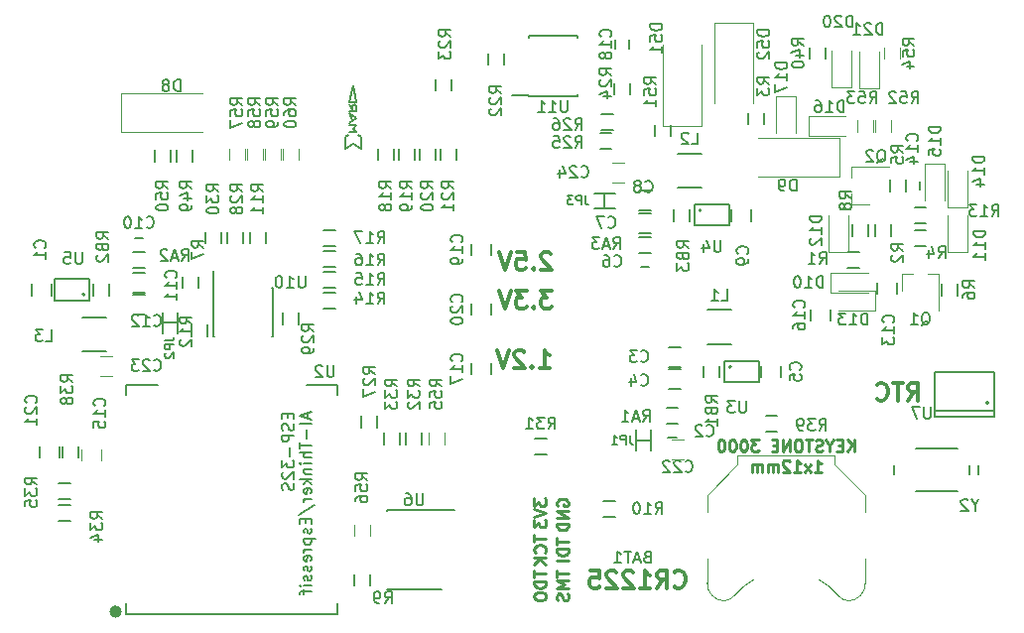
<source format=gbo>
G04 #@! TF.FileFunction,Legend,Bot*
%FSLAX46Y46*%
G04 Gerber Fmt 4.6, Leading zero omitted, Abs format (unit mm)*
G04 Created by KiCad (PCBNEW 4.0.7+dfsg1-1) date Sat Nov 11 00:22:13 2017*
%MOMM*%
%LPD*%
G01*
G04 APERTURE LIST*
%ADD10C,0.100000*%
%ADD11C,0.250000*%
%ADD12C,0.300000*%
%ADD13C,0.150000*%
%ADD14C,0.500000*%
%ADD15C,0.120000*%
%ADD16C,0.152400*%
%ADD17C,0.200000*%
G04 APERTURE END LIST*
D10*
D11*
X170370715Y-98716381D02*
X170370715Y-97716381D01*
X169799286Y-98716381D02*
X170227858Y-98144952D01*
X169799286Y-97716381D02*
X170370715Y-98287810D01*
X169370715Y-98192571D02*
X169037381Y-98192571D01*
X168894524Y-98716381D02*
X169370715Y-98716381D01*
X169370715Y-97716381D01*
X168894524Y-97716381D01*
X168275477Y-98240190D02*
X168275477Y-98716381D01*
X168608810Y-97716381D02*
X168275477Y-98240190D01*
X167942143Y-97716381D01*
X167656429Y-98668762D02*
X167513572Y-98716381D01*
X167275476Y-98716381D01*
X167180238Y-98668762D01*
X167132619Y-98621143D01*
X167085000Y-98525905D01*
X167085000Y-98430667D01*
X167132619Y-98335429D01*
X167180238Y-98287810D01*
X167275476Y-98240190D01*
X167465953Y-98192571D01*
X167561191Y-98144952D01*
X167608810Y-98097333D01*
X167656429Y-98002095D01*
X167656429Y-97906857D01*
X167608810Y-97811619D01*
X167561191Y-97764000D01*
X167465953Y-97716381D01*
X167227857Y-97716381D01*
X167085000Y-97764000D01*
X166799286Y-97716381D02*
X166227857Y-97716381D01*
X166513572Y-98716381D02*
X166513572Y-97716381D01*
X165704048Y-97716381D02*
X165513571Y-97716381D01*
X165418333Y-97764000D01*
X165323095Y-97859238D01*
X165275476Y-98049714D01*
X165275476Y-98383048D01*
X165323095Y-98573524D01*
X165418333Y-98668762D01*
X165513571Y-98716381D01*
X165704048Y-98716381D01*
X165799286Y-98668762D01*
X165894524Y-98573524D01*
X165942143Y-98383048D01*
X165942143Y-98049714D01*
X165894524Y-97859238D01*
X165799286Y-97764000D01*
X165704048Y-97716381D01*
X164846905Y-98716381D02*
X164846905Y-97716381D01*
X164275476Y-98716381D01*
X164275476Y-97716381D01*
X163799286Y-98192571D02*
X163465952Y-98192571D01*
X163323095Y-98716381D02*
X163799286Y-98716381D01*
X163799286Y-97716381D01*
X163323095Y-97716381D01*
X162227857Y-97716381D02*
X161608809Y-97716381D01*
X161942143Y-98097333D01*
X161799285Y-98097333D01*
X161704047Y-98144952D01*
X161656428Y-98192571D01*
X161608809Y-98287810D01*
X161608809Y-98525905D01*
X161656428Y-98621143D01*
X161704047Y-98668762D01*
X161799285Y-98716381D01*
X162085000Y-98716381D01*
X162180238Y-98668762D01*
X162227857Y-98621143D01*
X160989762Y-97716381D02*
X160894523Y-97716381D01*
X160799285Y-97764000D01*
X160751666Y-97811619D01*
X160704047Y-97906857D01*
X160656428Y-98097333D01*
X160656428Y-98335429D01*
X160704047Y-98525905D01*
X160751666Y-98621143D01*
X160799285Y-98668762D01*
X160894523Y-98716381D01*
X160989762Y-98716381D01*
X161085000Y-98668762D01*
X161132619Y-98621143D01*
X161180238Y-98525905D01*
X161227857Y-98335429D01*
X161227857Y-98097333D01*
X161180238Y-97906857D01*
X161132619Y-97811619D01*
X161085000Y-97764000D01*
X160989762Y-97716381D01*
X160037381Y-97716381D02*
X159942142Y-97716381D01*
X159846904Y-97764000D01*
X159799285Y-97811619D01*
X159751666Y-97906857D01*
X159704047Y-98097333D01*
X159704047Y-98335429D01*
X159751666Y-98525905D01*
X159799285Y-98621143D01*
X159846904Y-98668762D01*
X159942142Y-98716381D01*
X160037381Y-98716381D01*
X160132619Y-98668762D01*
X160180238Y-98621143D01*
X160227857Y-98525905D01*
X160275476Y-98335429D01*
X160275476Y-98097333D01*
X160227857Y-97906857D01*
X160180238Y-97811619D01*
X160132619Y-97764000D01*
X160037381Y-97716381D01*
X159085000Y-97716381D02*
X158989761Y-97716381D01*
X158894523Y-97764000D01*
X158846904Y-97811619D01*
X158799285Y-97906857D01*
X158751666Y-98097333D01*
X158751666Y-98335429D01*
X158799285Y-98525905D01*
X158846904Y-98621143D01*
X158894523Y-98668762D01*
X158989761Y-98716381D01*
X159085000Y-98716381D01*
X159180238Y-98668762D01*
X159227857Y-98621143D01*
X159275476Y-98525905D01*
X159323095Y-98335429D01*
X159323095Y-98097333D01*
X159275476Y-97906857D01*
X159227857Y-97811619D01*
X159180238Y-97764000D01*
X159085000Y-97716381D01*
X166989761Y-100466381D02*
X167561190Y-100466381D01*
X167275476Y-100466381D02*
X167275476Y-99466381D01*
X167370714Y-99609238D01*
X167465952Y-99704476D01*
X167561190Y-99752095D01*
X166656428Y-100466381D02*
X166132618Y-99799714D01*
X166656428Y-99799714D02*
X166132618Y-100466381D01*
X165227856Y-100466381D02*
X165799285Y-100466381D01*
X165513571Y-100466381D02*
X165513571Y-99466381D01*
X165608809Y-99609238D01*
X165704047Y-99704476D01*
X165799285Y-99752095D01*
X164846904Y-99561619D02*
X164799285Y-99514000D01*
X164704047Y-99466381D01*
X164465951Y-99466381D01*
X164370713Y-99514000D01*
X164323094Y-99561619D01*
X164275475Y-99656857D01*
X164275475Y-99752095D01*
X164323094Y-99894952D01*
X164894523Y-100466381D01*
X164275475Y-100466381D01*
X163846904Y-100466381D02*
X163846904Y-99799714D01*
X163846904Y-99894952D02*
X163799285Y-99847333D01*
X163704047Y-99799714D01*
X163561189Y-99799714D01*
X163465951Y-99847333D01*
X163418332Y-99942571D01*
X163418332Y-100466381D01*
X163418332Y-99942571D02*
X163370713Y-99847333D01*
X163275475Y-99799714D01*
X163132618Y-99799714D01*
X163037380Y-99847333D01*
X162989761Y-99942571D01*
X162989761Y-100466381D01*
X162513571Y-100466381D02*
X162513571Y-99799714D01*
X162513571Y-99894952D02*
X162465952Y-99847333D01*
X162370714Y-99799714D01*
X162227856Y-99799714D01*
X162132618Y-99847333D01*
X162084999Y-99942571D01*
X162084999Y-100466381D01*
X162084999Y-99942571D02*
X162037380Y-99847333D01*
X161942142Y-99799714D01*
X161799285Y-99799714D01*
X161704047Y-99847333D01*
X161656428Y-99942571D01*
X161656428Y-100466381D01*
D12*
X155027856Y-110215714D02*
X155099285Y-110287143D01*
X155313571Y-110358571D01*
X155456428Y-110358571D01*
X155670713Y-110287143D01*
X155813571Y-110144286D01*
X155884999Y-110001429D01*
X155956428Y-109715714D01*
X155956428Y-109501429D01*
X155884999Y-109215714D01*
X155813571Y-109072857D01*
X155670713Y-108930000D01*
X155456428Y-108858571D01*
X155313571Y-108858571D01*
X155099285Y-108930000D01*
X155027856Y-109001429D01*
X153527856Y-110358571D02*
X154027856Y-109644286D01*
X154384999Y-110358571D02*
X154384999Y-108858571D01*
X153813571Y-108858571D01*
X153670713Y-108930000D01*
X153599285Y-109001429D01*
X153527856Y-109144286D01*
X153527856Y-109358571D01*
X153599285Y-109501429D01*
X153670713Y-109572857D01*
X153813571Y-109644286D01*
X154384999Y-109644286D01*
X152099285Y-110358571D02*
X152956428Y-110358571D01*
X152527856Y-110358571D02*
X152527856Y-108858571D01*
X152670713Y-109072857D01*
X152813571Y-109215714D01*
X152956428Y-109287143D01*
X151527857Y-109001429D02*
X151456428Y-108930000D01*
X151313571Y-108858571D01*
X150956428Y-108858571D01*
X150813571Y-108930000D01*
X150742142Y-109001429D01*
X150670714Y-109144286D01*
X150670714Y-109287143D01*
X150742142Y-109501429D01*
X151599285Y-110358571D01*
X150670714Y-110358571D01*
X150099286Y-109001429D02*
X150027857Y-108930000D01*
X149885000Y-108858571D01*
X149527857Y-108858571D01*
X149385000Y-108930000D01*
X149313571Y-109001429D01*
X149242143Y-109144286D01*
X149242143Y-109287143D01*
X149313571Y-109501429D01*
X150170714Y-110358571D01*
X149242143Y-110358571D01*
X147885000Y-108858571D02*
X148599286Y-108858571D01*
X148670715Y-109572857D01*
X148599286Y-109501429D01*
X148456429Y-109430000D01*
X148099286Y-109430000D01*
X147956429Y-109501429D01*
X147885000Y-109572857D01*
X147813572Y-109715714D01*
X147813572Y-110072857D01*
X147885000Y-110215714D01*
X147956429Y-110287143D01*
X148099286Y-110358571D01*
X148456429Y-110358571D01*
X148599286Y-110287143D01*
X148670715Y-110215714D01*
X144502857Y-81823429D02*
X144431428Y-81752000D01*
X144288571Y-81680571D01*
X143931428Y-81680571D01*
X143788571Y-81752000D01*
X143717142Y-81823429D01*
X143645714Y-81966286D01*
X143645714Y-82109143D01*
X143717142Y-82323429D01*
X144574285Y-83180571D01*
X143645714Y-83180571D01*
X143002857Y-83037714D02*
X142931429Y-83109143D01*
X143002857Y-83180571D01*
X143074286Y-83109143D01*
X143002857Y-83037714D01*
X143002857Y-83180571D01*
X141574285Y-81680571D02*
X142288571Y-81680571D01*
X142360000Y-82394857D01*
X142288571Y-82323429D01*
X142145714Y-82252000D01*
X141788571Y-82252000D01*
X141645714Y-82323429D01*
X141574285Y-82394857D01*
X141502857Y-82537714D01*
X141502857Y-82894857D01*
X141574285Y-83037714D01*
X141645714Y-83109143D01*
X141788571Y-83180571D01*
X142145714Y-83180571D01*
X142288571Y-83109143D01*
X142360000Y-83037714D01*
X141074286Y-81680571D02*
X140574286Y-83180571D01*
X140074286Y-81680571D01*
X144574285Y-84982571D02*
X143645714Y-84982571D01*
X144145714Y-85554000D01*
X143931428Y-85554000D01*
X143788571Y-85625429D01*
X143717142Y-85696857D01*
X143645714Y-85839714D01*
X143645714Y-86196857D01*
X143717142Y-86339714D01*
X143788571Y-86411143D01*
X143931428Y-86482571D01*
X144360000Y-86482571D01*
X144502857Y-86411143D01*
X144574285Y-86339714D01*
X143002857Y-86339714D02*
X142931429Y-86411143D01*
X143002857Y-86482571D01*
X143074286Y-86411143D01*
X143002857Y-86339714D01*
X143002857Y-86482571D01*
X142431428Y-84982571D02*
X141502857Y-84982571D01*
X142002857Y-85554000D01*
X141788571Y-85554000D01*
X141645714Y-85625429D01*
X141574285Y-85696857D01*
X141502857Y-85839714D01*
X141502857Y-86196857D01*
X141574285Y-86339714D01*
X141645714Y-86411143D01*
X141788571Y-86482571D01*
X142217143Y-86482571D01*
X142360000Y-86411143D01*
X142431428Y-86339714D01*
X141074286Y-84982571D02*
X140574286Y-86482571D01*
X140074286Y-84982571D01*
X143518714Y-91562571D02*
X144375857Y-91562571D01*
X143947285Y-91562571D02*
X143947285Y-90062571D01*
X144090142Y-90276857D01*
X144233000Y-90419714D01*
X144375857Y-90491143D01*
X142875857Y-91419714D02*
X142804429Y-91491143D01*
X142875857Y-91562571D01*
X142947286Y-91491143D01*
X142875857Y-91419714D01*
X142875857Y-91562571D01*
X142233000Y-90205429D02*
X142161571Y-90134000D01*
X142018714Y-90062571D01*
X141661571Y-90062571D01*
X141518714Y-90134000D01*
X141447285Y-90205429D01*
X141375857Y-90348286D01*
X141375857Y-90491143D01*
X141447285Y-90705429D01*
X142304428Y-91562571D01*
X141375857Y-91562571D01*
X140947286Y-90062571D02*
X140447286Y-91562571D01*
X139947286Y-90062571D01*
D11*
X143082381Y-105854286D02*
X143082381Y-106425715D01*
X144082381Y-106140000D02*
X143082381Y-106140000D01*
X143987143Y-107330477D02*
X144034762Y-107282858D01*
X144082381Y-107140001D01*
X144082381Y-107044763D01*
X144034762Y-106901905D01*
X143939524Y-106806667D01*
X143844286Y-106759048D01*
X143653810Y-106711429D01*
X143510952Y-106711429D01*
X143320476Y-106759048D01*
X143225238Y-106806667D01*
X143130000Y-106901905D01*
X143082381Y-107044763D01*
X143082381Y-107140001D01*
X143130000Y-107282858D01*
X143177619Y-107330477D01*
X144082381Y-107759048D02*
X143082381Y-107759048D01*
X144082381Y-108330477D02*
X143510952Y-107901905D01*
X143082381Y-108330477D02*
X143653810Y-107759048D01*
X143082381Y-102726905D02*
X143082381Y-103345953D01*
X143463333Y-103012619D01*
X143463333Y-103155477D01*
X143510952Y-103250715D01*
X143558571Y-103298334D01*
X143653810Y-103345953D01*
X143891905Y-103345953D01*
X143987143Y-103298334D01*
X144034762Y-103250715D01*
X144082381Y-103155477D01*
X144082381Y-102869762D01*
X144034762Y-102774524D01*
X143987143Y-102726905D01*
X143082381Y-103631667D02*
X144082381Y-103965000D01*
X143082381Y-104298334D01*
X143082381Y-104536429D02*
X143082381Y-105155477D01*
X143463333Y-104822143D01*
X143463333Y-104965001D01*
X143510952Y-105060239D01*
X143558571Y-105107858D01*
X143653810Y-105155477D01*
X143891905Y-105155477D01*
X143987143Y-105107858D01*
X144034762Y-105060239D01*
X144082381Y-104965001D01*
X144082381Y-104679286D01*
X144034762Y-104584048D01*
X143987143Y-104536429D01*
X143082381Y-108878476D02*
X143082381Y-109449905D01*
X144082381Y-109164190D02*
X143082381Y-109164190D01*
X144082381Y-109783238D02*
X143082381Y-109783238D01*
X143082381Y-110021333D01*
X143130000Y-110164191D01*
X143225238Y-110259429D01*
X143320476Y-110307048D01*
X143510952Y-110354667D01*
X143653810Y-110354667D01*
X143844286Y-110307048D01*
X143939524Y-110259429D01*
X144034762Y-110164191D01*
X144082381Y-110021333D01*
X144082381Y-109783238D01*
X143082381Y-110973714D02*
X143082381Y-111164191D01*
X143130000Y-111259429D01*
X143225238Y-111354667D01*
X143415714Y-111402286D01*
X143749048Y-111402286D01*
X143939524Y-111354667D01*
X144034762Y-111259429D01*
X144082381Y-111164191D01*
X144082381Y-110973714D01*
X144034762Y-110878476D01*
X143939524Y-110783238D01*
X143749048Y-110735619D01*
X143415714Y-110735619D01*
X143225238Y-110783238D01*
X143130000Y-110878476D01*
X143082381Y-110973714D01*
X145035000Y-103330096D02*
X144987381Y-103234858D01*
X144987381Y-103092001D01*
X145035000Y-102949143D01*
X145130238Y-102853905D01*
X145225476Y-102806286D01*
X145415952Y-102758667D01*
X145558810Y-102758667D01*
X145749286Y-102806286D01*
X145844524Y-102853905D01*
X145939762Y-102949143D01*
X145987381Y-103092001D01*
X145987381Y-103187239D01*
X145939762Y-103330096D01*
X145892143Y-103377715D01*
X145558810Y-103377715D01*
X145558810Y-103187239D01*
X145987381Y-103806286D02*
X144987381Y-103806286D01*
X145987381Y-104377715D01*
X144987381Y-104377715D01*
X145987381Y-104853905D02*
X144987381Y-104853905D01*
X144987381Y-105092000D01*
X145035000Y-105234858D01*
X145130238Y-105330096D01*
X145225476Y-105377715D01*
X145415952Y-105425334D01*
X145558810Y-105425334D01*
X145749286Y-105377715D01*
X145844524Y-105330096D01*
X145939762Y-105234858D01*
X145987381Y-105092000D01*
X145987381Y-104853905D01*
X144987381Y-106116191D02*
X144987381Y-106687620D01*
X145987381Y-106401905D02*
X144987381Y-106401905D01*
X145987381Y-107020953D02*
X144987381Y-107020953D01*
X144987381Y-107259048D01*
X145035000Y-107401906D01*
X145130238Y-107497144D01*
X145225476Y-107544763D01*
X145415952Y-107592382D01*
X145558810Y-107592382D01*
X145749286Y-107544763D01*
X145844524Y-107497144D01*
X145939762Y-107401906D01*
X145987381Y-107259048D01*
X145987381Y-107020953D01*
X145987381Y-108020953D02*
X144987381Y-108020953D01*
X144987381Y-108854667D02*
X144987381Y-109426096D01*
X145987381Y-109140381D02*
X144987381Y-109140381D01*
X145987381Y-109759429D02*
X144987381Y-109759429D01*
X145701667Y-110092763D01*
X144987381Y-110426096D01*
X145987381Y-110426096D01*
X145939762Y-110854667D02*
X145987381Y-110997524D01*
X145987381Y-111235620D01*
X145939762Y-111330858D01*
X145892143Y-111378477D01*
X145796905Y-111426096D01*
X145701667Y-111426096D01*
X145606429Y-111378477D01*
X145558810Y-111330858D01*
X145511190Y-111235620D01*
X145463571Y-111045143D01*
X145415952Y-110949905D01*
X145368333Y-110902286D01*
X145273095Y-110854667D01*
X145177857Y-110854667D01*
X145082619Y-110902286D01*
X145035000Y-110949905D01*
X144987381Y-111045143D01*
X144987381Y-111283239D01*
X145035000Y-111426096D01*
D12*
X174967142Y-94356571D02*
X175467142Y-93642286D01*
X175824285Y-94356571D02*
X175824285Y-92856571D01*
X175252857Y-92856571D01*
X175109999Y-92928000D01*
X175038571Y-92999429D01*
X174967142Y-93142286D01*
X174967142Y-93356571D01*
X175038571Y-93499429D01*
X175109999Y-93570857D01*
X175252857Y-93642286D01*
X175824285Y-93642286D01*
X174538571Y-92856571D02*
X173681428Y-92856571D01*
X174109999Y-94356571D02*
X174109999Y-92856571D01*
X172324285Y-94213714D02*
X172395714Y-94285143D01*
X172610000Y-94356571D01*
X172752857Y-94356571D01*
X172967142Y-94285143D01*
X173110000Y-94142286D01*
X173181428Y-93999429D01*
X173252857Y-93713714D01*
X173252857Y-93499429D01*
X173181428Y-93213714D01*
X173110000Y-93070857D01*
X172967142Y-92928000D01*
X172752857Y-92856571D01*
X172610000Y-92856571D01*
X172395714Y-92928000D01*
X172324285Y-92999429D01*
D13*
X102823000Y-98258000D02*
X102823000Y-99258000D01*
X104173000Y-99258000D02*
X104173000Y-98258000D01*
X151758000Y-97742000D02*
X153028000Y-97742000D01*
X153028000Y-96853000D02*
X153028000Y-98631000D01*
X151758000Y-96853000D02*
X151758000Y-98631000D01*
X108232500Y-112562000D02*
X108232500Y-111673000D01*
X126266500Y-112562000D02*
X108232500Y-112562000D01*
X126266500Y-111673000D02*
X126266500Y-112562000D01*
X126266500Y-93004000D02*
X126266500Y-93893000D01*
X123663000Y-93004000D02*
X126266500Y-93004000D01*
X108232500Y-93004000D02*
X110963000Y-93004000D01*
X108232500Y-93893000D02*
X108232500Y-93004000D01*
D14*
X107638415Y-112384338D02*
G75*
G03X107638415Y-112384338I-283981J0D01*
G01*
D15*
X157345000Y-70900000D02*
X154045000Y-70900000D01*
X154045000Y-70900000D02*
X154045000Y-64000000D01*
X157345000Y-70900000D02*
X157345000Y-64000000D01*
D13*
X153369000Y-70826000D02*
X153369000Y-71826000D01*
X154719000Y-71826000D02*
X154719000Y-70826000D01*
X157870000Y-89565000D02*
X159870000Y-89565000D01*
X159870000Y-86615000D02*
X157870000Y-86615000D01*
X159886803Y-91500000D02*
G75*
G03X159886803Y-91500000I-111803J0D01*
G01*
X159275000Y-92800000D02*
X162275000Y-92800000D01*
X162275000Y-92800000D02*
X162275000Y-91000000D01*
X162275000Y-91000000D02*
X159275000Y-91000000D01*
X159275000Y-91000000D02*
X159275000Y-92800000D01*
X155330000Y-76230000D02*
X157330000Y-76230000D01*
X157330000Y-73280000D02*
X155330000Y-73280000D01*
X157346803Y-78135000D02*
G75*
G03X157346803Y-78135000I-111803J0D01*
G01*
X156735000Y-79435000D02*
X159735000Y-79435000D01*
X159735000Y-79435000D02*
X159735000Y-77635000D01*
X159735000Y-77635000D02*
X156735000Y-77635000D01*
X156735000Y-77635000D02*
X156735000Y-79435000D01*
X106530000Y-87250000D02*
X104530000Y-87250000D01*
X104530000Y-90200000D02*
X106530000Y-90200000D01*
X104736803Y-85315000D02*
G75*
G03X104736803Y-85315000I-111803J0D01*
G01*
X105125000Y-84015000D02*
X102125000Y-84015000D01*
X102125000Y-84015000D02*
X102125000Y-85815000D01*
X102125000Y-85815000D02*
X105125000Y-85815000D01*
X105125000Y-85815000D02*
X105125000Y-84015000D01*
X100235000Y-85415000D02*
X100235000Y-84415000D01*
X101935000Y-84415000D02*
X101935000Y-85415000D01*
X155560000Y-91480000D02*
X154560000Y-91480000D01*
X154560000Y-89780000D02*
X155560000Y-89780000D01*
X155560000Y-93385000D02*
X154560000Y-93385000D01*
X154560000Y-91685000D02*
X155560000Y-91685000D01*
X164165000Y-91400000D02*
X164165000Y-92400000D01*
X162465000Y-92400000D02*
X162465000Y-91400000D01*
X153020000Y-80050000D02*
X152020000Y-80050000D01*
X152020000Y-78350000D02*
X153020000Y-78350000D01*
X153020000Y-78145000D02*
X152020000Y-78145000D01*
X152020000Y-76445000D02*
X153020000Y-76445000D01*
X161625000Y-78065000D02*
X161625000Y-79065000D01*
X159925000Y-79065000D02*
X159925000Y-78065000D01*
X108840000Y-83430000D02*
X109840000Y-83430000D01*
X109840000Y-85130000D02*
X108840000Y-85130000D01*
X108840000Y-85335000D02*
X109840000Y-85335000D01*
X109840000Y-87035000D02*
X108840000Y-87035000D01*
X181857000Y-94567000D02*
G75*
G03X181857000Y-94567000I-127000J0D01*
G01*
X182365000Y-95202000D02*
X177285000Y-95202000D01*
X182365000Y-91900000D02*
X177285000Y-91900000D01*
X182365000Y-95710000D02*
X177285000Y-95710000D01*
X182365000Y-95710000D02*
X182365000Y-91900000D01*
X177285000Y-95710000D02*
X177285000Y-91900000D01*
X174071000Y-84288000D02*
X174071000Y-85288000D01*
X172371000Y-85288000D02*
X172371000Y-84288000D01*
D15*
X174435000Y-83520000D02*
X175365000Y-83520000D01*
X177595000Y-83520000D02*
X176665000Y-83520000D01*
X177595000Y-83520000D02*
X177595000Y-86680000D01*
X174435000Y-83520000D02*
X174435000Y-84980000D01*
X170175000Y-77605000D02*
X170175000Y-76675000D01*
X170175000Y-74445000D02*
X170175000Y-75375000D01*
X170175000Y-74445000D02*
X173335000Y-74445000D01*
X170175000Y-77605000D02*
X171635000Y-77605000D01*
D13*
X154510000Y-97510000D02*
X155210000Y-97510000D01*
X155210000Y-96310000D02*
X154510000Y-96310000D01*
X152170000Y-82975000D02*
X152870000Y-82975000D01*
X152870000Y-81775000D02*
X152170000Y-81775000D01*
X109690000Y-80505000D02*
X108990000Y-80505000D01*
X108990000Y-81705000D02*
X109690000Y-81705000D01*
X174780000Y-75675000D02*
X174780000Y-76375000D01*
X175980000Y-76375000D02*
X175980000Y-75675000D01*
X170800000Y-81700000D02*
X169800000Y-81700000D01*
X169800000Y-83050000D02*
X170800000Y-83050000D01*
X172165000Y-79335000D02*
X172165000Y-80335000D01*
X173515000Y-80335000D02*
X173515000Y-79335000D01*
X175515000Y-81145000D02*
X176515000Y-81145000D01*
X176515000Y-79795000D02*
X175515000Y-79795000D01*
X174785000Y-76525000D02*
X174785000Y-75525000D01*
X173435000Y-75525000D02*
X173435000Y-76525000D01*
X179230000Y-85415000D02*
X179230000Y-84415000D01*
X177880000Y-84415000D02*
X177880000Y-85415000D01*
X114460000Y-84780000D02*
X114460000Y-83780000D01*
X113110000Y-83780000D02*
X113110000Y-84780000D01*
X170260000Y-79335000D02*
X170260000Y-80335000D01*
X171610000Y-80335000D02*
X171610000Y-79335000D01*
X129065000Y-110180000D02*
X129065000Y-109180000D01*
X127715000Y-109180000D02*
X127715000Y-110180000D01*
X148972000Y-104259000D02*
X149972000Y-104259000D01*
X149972000Y-102909000D02*
X148972000Y-102909000D01*
X175515000Y-79240000D02*
X176515000Y-79240000D01*
X176515000Y-77890000D02*
X175515000Y-77890000D01*
X155360000Y-94965000D02*
X154360000Y-94965000D01*
X154360000Y-96315000D02*
X155360000Y-96315000D01*
X108840000Y-83050000D02*
X109840000Y-83050000D01*
X109840000Y-81700000D02*
X108840000Y-81700000D01*
X153020000Y-80430000D02*
X152020000Y-80430000D01*
X152020000Y-81780000D02*
X153020000Y-81780000D01*
X158910000Y-92400000D02*
X158910000Y-91400000D01*
X157560000Y-91400000D02*
X157560000Y-92400000D01*
X105490000Y-84415000D02*
X105490000Y-85415000D01*
X106840000Y-85415000D02*
X106840000Y-84415000D01*
X156370000Y-79065000D02*
X156370000Y-78065000D01*
X155020000Y-78065000D02*
X155020000Y-79065000D01*
X125096000Y-86479000D02*
X126096000Y-86479000D01*
X126096000Y-85129000D02*
X125096000Y-85129000D01*
X125096000Y-84701000D02*
X126096000Y-84701000D01*
X126096000Y-83351000D02*
X125096000Y-83351000D01*
X125096000Y-82923000D02*
X126096000Y-82923000D01*
X126096000Y-81573000D02*
X125096000Y-81573000D01*
X125096000Y-81145000D02*
X126096000Y-81145000D01*
X126096000Y-79795000D02*
X125096000Y-79795000D01*
X129747000Y-72858000D02*
X129747000Y-73858000D01*
X131097000Y-73858000D02*
X131097000Y-72858000D01*
X131525000Y-72858000D02*
X131525000Y-73858000D01*
X132875000Y-73858000D02*
X132875000Y-72858000D01*
X133303000Y-72858000D02*
X133303000Y-73858000D01*
X134653000Y-73858000D02*
X134653000Y-72858000D01*
X135081000Y-72858000D02*
X135081000Y-73858000D01*
X136431000Y-73858000D02*
X136431000Y-72858000D01*
X115655000Y-84745000D02*
X115705000Y-84745000D01*
X115655000Y-88895000D02*
X115800000Y-88895000D01*
X120805000Y-88895000D02*
X120660000Y-88895000D01*
X120805000Y-84745000D02*
X120660000Y-84745000D01*
X115655000Y-84745000D02*
X115655000Y-88895000D01*
X120805000Y-84745000D02*
X120805000Y-88895000D01*
X115705000Y-84745000D02*
X115705000Y-83345000D01*
X151189600Y-64310000D02*
X151189600Y-63610000D01*
X149989600Y-63610000D02*
X149989600Y-64310000D01*
X142605000Y-68375000D02*
X142605000Y-68325000D01*
X146755000Y-68375000D02*
X146755000Y-68230000D01*
X146755000Y-63225000D02*
X146755000Y-63370000D01*
X142605000Y-63225000D02*
X142605000Y-63370000D01*
X142605000Y-68375000D02*
X146755000Y-68375000D01*
X142605000Y-63225000D02*
X146755000Y-63225000D01*
X142605000Y-68325000D02*
X141205000Y-68325000D01*
X161370000Y-69810000D02*
X161370000Y-70810000D01*
X162720000Y-70810000D02*
X162720000Y-69810000D01*
X139145000Y-64730000D02*
X139145000Y-65730000D01*
X140495000Y-65730000D02*
X140495000Y-64730000D01*
X134700000Y-66932000D02*
X134700000Y-67932000D01*
X136050000Y-67932000D02*
X136050000Y-66932000D01*
X149940000Y-67270000D02*
X149940000Y-68270000D01*
X151290000Y-68270000D02*
X151290000Y-67270000D01*
X148675000Y-72890000D02*
X149675000Y-72890000D01*
X149675000Y-71540000D02*
X148675000Y-71540000D01*
X148780000Y-71275000D02*
X149780000Y-71275000D01*
X149780000Y-69925000D02*
X148780000Y-69925000D01*
X130510000Y-103690000D02*
X130510000Y-103790000D01*
X130510000Y-110515000D02*
X130510000Y-110490000D01*
X135160000Y-110515000D02*
X135160000Y-110490000D01*
X136235000Y-103690000D02*
X130510000Y-103690000D01*
X135160000Y-110515000D02*
X130510000Y-110515000D01*
X120175000Y-80970000D02*
X120175000Y-79970000D01*
X118825000Y-79970000D02*
X118825000Y-80970000D01*
X113805000Y-87900000D02*
X113805000Y-88900000D01*
X115155000Y-88900000D02*
X115155000Y-87900000D01*
X128350000Y-95675000D02*
X128350000Y-96675000D01*
X129700000Y-96675000D02*
X129700000Y-95675000D01*
X118270000Y-80970000D02*
X118270000Y-79970000D01*
X116920000Y-79970000D02*
X116920000Y-80970000D01*
X122955000Y-87900000D02*
X122955000Y-86900000D01*
X121605000Y-86900000D02*
X121605000Y-87900000D01*
X116365000Y-80970000D02*
X116365000Y-79970000D01*
X115015000Y-79970000D02*
X115015000Y-80970000D01*
X143130000Y-98925000D02*
X144130000Y-98925000D01*
X144130000Y-97575000D02*
X143130000Y-97575000D01*
X132160000Y-97115000D02*
X132160000Y-98115000D01*
X133510000Y-98115000D02*
X133510000Y-97115000D01*
X130255000Y-97115000D02*
X130255000Y-98115000D01*
X131605000Y-98115000D02*
X131605000Y-97115000D01*
X103490000Y-103290000D02*
X102490000Y-103290000D01*
X102490000Y-104640000D02*
X103490000Y-104640000D01*
X102490000Y-102735000D02*
X103490000Y-102735000D01*
X103490000Y-101385000D02*
X102490000Y-101385000D01*
X168356000Y-86574000D02*
X168356000Y-87574000D01*
X166656000Y-87574000D02*
X166656000Y-86574000D01*
X162815000Y-97020000D02*
X163815000Y-97020000D01*
X163815000Y-95670000D02*
X162815000Y-95670000D01*
X166577000Y-64222000D02*
X166577000Y-65222000D01*
X167927000Y-65222000D02*
X167927000Y-64222000D01*
X137700000Y-92146000D02*
X137700000Y-91146000D01*
X139400000Y-91146000D02*
X139400000Y-92146000D01*
X139400000Y-80986000D02*
X139400000Y-81986000D01*
X137700000Y-81986000D02*
X137700000Y-80986000D01*
X137700000Y-87066000D02*
X137700000Y-86066000D01*
X139400000Y-86066000D02*
X139400000Y-87066000D01*
X100870000Y-99258000D02*
X100870000Y-98258000D01*
X102570000Y-98258000D02*
X102570000Y-99258000D01*
X112602000Y-72985000D02*
X112602000Y-73985000D01*
X113952000Y-73985000D02*
X113952000Y-72985000D01*
X110697000Y-72985000D02*
X110697000Y-73985000D01*
X112047000Y-73985000D02*
X112047000Y-72985000D01*
D15*
X172160000Y-70445000D02*
X172160000Y-71445000D01*
X173520000Y-71445000D02*
X173520000Y-70445000D01*
X170636000Y-70445000D02*
X170636000Y-71445000D01*
X171996000Y-71445000D02*
X171996000Y-70445000D01*
D13*
X173812000Y-99882000D02*
X173812000Y-100682000D01*
X179212000Y-98482000D02*
X175612000Y-98482000D01*
X179212000Y-102082000D02*
X175612000Y-102082000D01*
X180212000Y-99882000D02*
X180212000Y-100682000D01*
X181012000Y-99882000D02*
X181012000Y-100682000D01*
D15*
X106126000Y-98512000D02*
X106126000Y-99512000D01*
X104426000Y-99512000D02*
X104426000Y-98512000D01*
X107861000Y-71452000D02*
X107861000Y-68152000D01*
X107861000Y-68152000D02*
X114761000Y-68152000D01*
X107861000Y-71452000D02*
X114761000Y-71452000D01*
X169112000Y-71962000D02*
X169112000Y-75262000D01*
X169112000Y-75262000D02*
X162212000Y-75262000D01*
X169112000Y-71962000D02*
X162212000Y-71962000D01*
X158490000Y-62100000D02*
X161790000Y-62100000D01*
X161790000Y-62100000D02*
X161790000Y-69000000D01*
X158490000Y-62100000D02*
X158490000Y-69000000D01*
X155814000Y-99354000D02*
X154814000Y-99354000D01*
X154814000Y-97654000D02*
X155814000Y-97654000D01*
X106046000Y-90542000D02*
X107046000Y-90542000D01*
X107046000Y-92242000D02*
X106046000Y-92242000D01*
X149734000Y-74032000D02*
X150734000Y-74032000D01*
X150734000Y-75732000D02*
X149734000Y-75732000D01*
X172922000Y-64222000D02*
X172922000Y-65222000D01*
X174282000Y-65222000D02*
X174282000Y-64222000D01*
X135420000Y-98115000D02*
X135420000Y-97115000D01*
X134060000Y-97115000D02*
X134060000Y-98115000D01*
D13*
X126928000Y-71869000D02*
X127228000Y-71669000D01*
X128328000Y-71869000D02*
X128028000Y-71669000D01*
X126928000Y-72869000D02*
X126928000Y-71869000D01*
X127628000Y-72469000D02*
X126928000Y-72869000D01*
X128328000Y-72869000D02*
X127628000Y-72469000D01*
X128328000Y-71869000D02*
X128328000Y-72869000D01*
X127628000Y-67469000D02*
X127328000Y-68869000D01*
X127928000Y-68869000D02*
X127628000Y-67469000D01*
X127328000Y-68869000D02*
X127928000Y-68869000D01*
X127328000Y-69069000D02*
X127528000Y-69569000D01*
X127528000Y-69269000D02*
X127528000Y-69669000D01*
X127728000Y-69069000D02*
X127528000Y-69269000D01*
X127928000Y-69269000D02*
X127728000Y-69069000D01*
X127928000Y-69669000D02*
X127928000Y-69269000D01*
X127328000Y-69669000D02*
X127928000Y-69669000D01*
X127328000Y-69869000D02*
X127528000Y-70469000D01*
X127928000Y-70269000D02*
X127328000Y-69869000D01*
X127328000Y-70669000D02*
X127928000Y-70269000D01*
X127928000Y-70869000D02*
X127328000Y-70869000D01*
X127628000Y-71169000D02*
X127928000Y-70869000D01*
X127928000Y-71469000D02*
X127628000Y-71169000D01*
X127328000Y-71469000D02*
X127928000Y-71469000D01*
D15*
X160091264Y-111074552D02*
G75*
G02X161785000Y-109670000I4493736J-3695448D01*
G01*
X167317553Y-109624793D02*
G75*
G02X169085000Y-111070000I-2732553J-5145207D01*
G01*
X159170385Y-111454160D02*
G75*
G03X160085000Y-111070000I124615J984160D01*
G01*
X169999615Y-111454160D02*
G75*
G02X169085000Y-111070000I-124615J984160D01*
G01*
X157835000Y-109920000D02*
G75*
G03X159285000Y-111470000I1500000J-50000D01*
G01*
X171335000Y-109920000D02*
G75*
G02X169885000Y-111470000I-1500000J-50000D01*
G01*
X157835000Y-107870000D02*
X157835000Y-109970000D01*
X171335000Y-107870000D02*
X171335000Y-109970000D01*
X171335000Y-103870000D02*
X171335000Y-102420000D01*
X171335000Y-102420000D02*
X168735000Y-99820000D01*
X168735000Y-99820000D02*
X168735000Y-99020000D01*
X168735000Y-99020000D02*
X160435000Y-99020000D01*
X160435000Y-99020000D02*
X160435000Y-99820000D01*
X160435000Y-99820000D02*
X157835000Y-102420000D01*
X157835000Y-102420000D02*
X157835000Y-103870000D01*
X170134000Y-67638000D02*
X168434000Y-67638000D01*
X168434000Y-67638000D02*
X168434000Y-64488000D01*
X170134000Y-67638000D02*
X170134000Y-64488000D01*
X172547000Y-67731000D02*
X170847000Y-67731000D01*
X170847000Y-67731000D02*
X170847000Y-64581000D01*
X172547000Y-67731000D02*
X172547000Y-64581000D01*
X168400000Y-85130000D02*
X168400000Y-83430000D01*
X168400000Y-83430000D02*
X171550000Y-83430000D01*
X168400000Y-85130000D02*
X171550000Y-85130000D01*
X180040000Y-81735000D02*
X178340000Y-81735000D01*
X178340000Y-81735000D02*
X178340000Y-78585000D01*
X180040000Y-81735000D02*
X180040000Y-78585000D01*
X169880000Y-81735000D02*
X168180000Y-81735000D01*
X168180000Y-81735000D02*
X168180000Y-78585000D01*
X169880000Y-81735000D02*
X169880000Y-78585000D01*
X172200000Y-84954000D02*
X172200000Y-86654000D01*
X172200000Y-86654000D02*
X169050000Y-86654000D01*
X172200000Y-84954000D02*
X169050000Y-84954000D01*
X180040000Y-77925000D02*
X178340000Y-77925000D01*
X178340000Y-77925000D02*
X178340000Y-74775000D01*
X180040000Y-77925000D02*
X180040000Y-74775000D01*
X176435000Y-74125000D02*
X178135000Y-74125000D01*
X178135000Y-74125000D02*
X178135000Y-77275000D01*
X176435000Y-74125000D02*
X176435000Y-77275000D01*
X166495000Y-71795000D02*
X166495000Y-70095000D01*
X166495000Y-70095000D02*
X169645000Y-70095000D01*
X166495000Y-71795000D02*
X169645000Y-71795000D01*
X163735000Y-68410000D02*
X165435000Y-68410000D01*
X165435000Y-68410000D02*
X165435000Y-71560000D01*
X163735000Y-68410000D02*
X163735000Y-71560000D01*
D13*
X111372000Y-87709000D02*
X112642000Y-87709000D01*
X112642000Y-86820000D02*
X112642000Y-88598000D01*
X111372000Y-86820000D02*
X111372000Y-88598000D01*
X149091000Y-76660000D02*
X149091000Y-77930000D01*
X149980000Y-77930000D02*
X148202000Y-77930000D01*
X149980000Y-76660000D02*
X148202000Y-76660000D01*
D15*
X127710000Y-104946000D02*
X127710000Y-105946000D01*
X129070000Y-105946000D02*
X129070000Y-104946000D01*
X117042000Y-72858000D02*
X117042000Y-73858000D01*
X118402000Y-73858000D02*
X118402000Y-72858000D01*
X118566000Y-72858000D02*
X118566000Y-73858000D01*
X119926000Y-73858000D02*
X119926000Y-72858000D01*
X120090000Y-72858000D02*
X120090000Y-73858000D01*
X121450000Y-73858000D02*
X121450000Y-72858000D01*
X121614000Y-72858000D02*
X121614000Y-73858000D01*
X122974000Y-73858000D02*
X122974000Y-72858000D01*
D13*
X103696381Y-92781143D02*
X103220190Y-92447809D01*
X103696381Y-92209714D02*
X102696381Y-92209714D01*
X102696381Y-92590667D01*
X102744000Y-92685905D01*
X102791619Y-92733524D01*
X102886857Y-92781143D01*
X103029714Y-92781143D01*
X103124952Y-92733524D01*
X103172571Y-92685905D01*
X103220190Y-92590667D01*
X103220190Y-92209714D01*
X102696381Y-93114476D02*
X102696381Y-93733524D01*
X103077333Y-93400190D01*
X103077333Y-93543048D01*
X103124952Y-93638286D01*
X103172571Y-93685905D01*
X103267810Y-93733524D01*
X103505905Y-93733524D01*
X103601143Y-93685905D01*
X103648762Y-93638286D01*
X103696381Y-93543048D01*
X103696381Y-93257333D01*
X103648762Y-93162095D01*
X103601143Y-93114476D01*
X103124952Y-94304952D02*
X103077333Y-94209714D01*
X103029714Y-94162095D01*
X102934476Y-94114476D01*
X102886857Y-94114476D01*
X102791619Y-94162095D01*
X102744000Y-94209714D01*
X102696381Y-94304952D01*
X102696381Y-94495429D01*
X102744000Y-94590667D01*
X102791619Y-94638286D01*
X102886857Y-94685905D01*
X102934476Y-94685905D01*
X103029714Y-94638286D01*
X103077333Y-94590667D01*
X103124952Y-94495429D01*
X103124952Y-94304952D01*
X103172571Y-94209714D01*
X103220190Y-94162095D01*
X103315429Y-94114476D01*
X103505905Y-94114476D01*
X103601143Y-94162095D01*
X103648762Y-94209714D01*
X103696381Y-94304952D01*
X103696381Y-94495429D01*
X103648762Y-94590667D01*
X103601143Y-94638286D01*
X103505905Y-94685905D01*
X103315429Y-94685905D01*
X103220190Y-94638286D01*
X103172571Y-94590667D01*
X103124952Y-94495429D01*
D16*
X151249999Y-97324714D02*
X151249999Y-97869000D01*
X151286285Y-97977857D01*
X151358856Y-98050429D01*
X151467713Y-98086714D01*
X151540285Y-98086714D01*
X150887142Y-98086714D02*
X150887142Y-97324714D01*
X150596857Y-97324714D01*
X150524285Y-97361000D01*
X150488000Y-97397286D01*
X150451714Y-97469857D01*
X150451714Y-97578714D01*
X150488000Y-97651286D01*
X150524285Y-97687571D01*
X150596857Y-97723857D01*
X150887142Y-97723857D01*
X149726000Y-98086714D02*
X150161428Y-98086714D01*
X149943714Y-98086714D02*
X149943714Y-97324714D01*
X150016285Y-97433571D01*
X150088857Y-97506143D01*
X150161428Y-97542429D01*
D13*
X125976905Y-91352381D02*
X125976905Y-92161905D01*
X125929286Y-92257143D01*
X125881667Y-92304762D01*
X125786429Y-92352381D01*
X125595952Y-92352381D01*
X125500714Y-92304762D01*
X125453095Y-92257143D01*
X125405476Y-92161905D01*
X125405476Y-91352381D01*
X124976905Y-91447619D02*
X124929286Y-91400000D01*
X124834048Y-91352381D01*
X124595952Y-91352381D01*
X124500714Y-91400000D01*
X124453095Y-91447619D01*
X124405476Y-91542857D01*
X124405476Y-91638095D01*
X124453095Y-91780952D01*
X125024524Y-92352381D01*
X124405476Y-92352381D01*
X123779667Y-95446333D02*
X123779667Y-95922524D01*
X124065381Y-95351095D02*
X123065381Y-95684428D01*
X124065381Y-96017762D01*
X124065381Y-96351095D02*
X123065381Y-96351095D01*
X123684429Y-96827285D02*
X123684429Y-97589190D01*
X123065381Y-97922523D02*
X123065381Y-98493952D01*
X124065381Y-98208237D02*
X123065381Y-98208237D01*
X124065381Y-98827285D02*
X123065381Y-98827285D01*
X124065381Y-99255857D02*
X123541571Y-99255857D01*
X123446333Y-99208238D01*
X123398714Y-99113000D01*
X123398714Y-98970142D01*
X123446333Y-98874904D01*
X123493952Y-98827285D01*
X124065381Y-99732047D02*
X123398714Y-99732047D01*
X123065381Y-99732047D02*
X123113000Y-99684428D01*
X123160619Y-99732047D01*
X123113000Y-99779666D01*
X123065381Y-99732047D01*
X123160619Y-99732047D01*
X123398714Y-100208237D02*
X124065381Y-100208237D01*
X123493952Y-100208237D02*
X123446333Y-100255856D01*
X123398714Y-100351094D01*
X123398714Y-100493952D01*
X123446333Y-100589190D01*
X123541571Y-100636809D01*
X124065381Y-100636809D01*
X124065381Y-101112999D02*
X123065381Y-101112999D01*
X123684429Y-101208237D02*
X124065381Y-101493952D01*
X123398714Y-101493952D02*
X123779667Y-101112999D01*
X124017762Y-102303476D02*
X124065381Y-102208238D01*
X124065381Y-102017761D01*
X124017762Y-101922523D01*
X123922524Y-101874904D01*
X123541571Y-101874904D01*
X123446333Y-101922523D01*
X123398714Y-102017761D01*
X123398714Y-102208238D01*
X123446333Y-102303476D01*
X123541571Y-102351095D01*
X123636810Y-102351095D01*
X123732048Y-101874904D01*
X124065381Y-102779666D02*
X123398714Y-102779666D01*
X123589190Y-102779666D02*
X123493952Y-102827285D01*
X123446333Y-102874904D01*
X123398714Y-102970142D01*
X123398714Y-103065381D01*
X123017762Y-104113000D02*
X124303476Y-103255857D01*
X123541571Y-104446333D02*
X123541571Y-104779667D01*
X124065381Y-104922524D02*
X124065381Y-104446333D01*
X123065381Y-104446333D01*
X123065381Y-104922524D01*
X124017762Y-105303476D02*
X124065381Y-105398714D01*
X124065381Y-105589190D01*
X124017762Y-105684429D01*
X123922524Y-105732048D01*
X123874905Y-105732048D01*
X123779667Y-105684429D01*
X123732048Y-105589190D01*
X123732048Y-105446333D01*
X123684429Y-105351095D01*
X123589190Y-105303476D01*
X123541571Y-105303476D01*
X123446333Y-105351095D01*
X123398714Y-105446333D01*
X123398714Y-105589190D01*
X123446333Y-105684429D01*
X123398714Y-106160619D02*
X124398714Y-106160619D01*
X123446333Y-106160619D02*
X123398714Y-106255857D01*
X123398714Y-106446334D01*
X123446333Y-106541572D01*
X123493952Y-106589191D01*
X123589190Y-106636810D01*
X123874905Y-106636810D01*
X123970143Y-106589191D01*
X124017762Y-106541572D01*
X124065381Y-106446334D01*
X124065381Y-106255857D01*
X124017762Y-106160619D01*
X124065381Y-107065381D02*
X123398714Y-107065381D01*
X123589190Y-107065381D02*
X123493952Y-107113000D01*
X123446333Y-107160619D01*
X123398714Y-107255857D01*
X123398714Y-107351096D01*
X124017762Y-108065382D02*
X124065381Y-107970144D01*
X124065381Y-107779667D01*
X124017762Y-107684429D01*
X123922524Y-107636810D01*
X123541571Y-107636810D01*
X123446333Y-107684429D01*
X123398714Y-107779667D01*
X123398714Y-107970144D01*
X123446333Y-108065382D01*
X123541571Y-108113001D01*
X123636810Y-108113001D01*
X123732048Y-107636810D01*
X124017762Y-108493953D02*
X124065381Y-108589191D01*
X124065381Y-108779667D01*
X124017762Y-108874906D01*
X123922524Y-108922525D01*
X123874905Y-108922525D01*
X123779667Y-108874906D01*
X123732048Y-108779667D01*
X123732048Y-108636810D01*
X123684429Y-108541572D01*
X123589190Y-108493953D01*
X123541571Y-108493953D01*
X123446333Y-108541572D01*
X123398714Y-108636810D01*
X123398714Y-108779667D01*
X123446333Y-108874906D01*
X124017762Y-109303477D02*
X124065381Y-109398715D01*
X124065381Y-109589191D01*
X124017762Y-109684430D01*
X123922524Y-109732049D01*
X123874905Y-109732049D01*
X123779667Y-109684430D01*
X123732048Y-109589191D01*
X123732048Y-109446334D01*
X123684429Y-109351096D01*
X123589190Y-109303477D01*
X123541571Y-109303477D01*
X123446333Y-109351096D01*
X123398714Y-109446334D01*
X123398714Y-109589191D01*
X123446333Y-109684430D01*
X124065381Y-110160620D02*
X123398714Y-110160620D01*
X123065381Y-110160620D02*
X123113000Y-110113001D01*
X123160619Y-110160620D01*
X123113000Y-110208239D01*
X123065381Y-110160620D01*
X123160619Y-110160620D01*
X123398714Y-110493953D02*
X123398714Y-110874905D01*
X124065381Y-110636810D02*
X123208238Y-110636810D01*
X123113000Y-110684429D01*
X123065381Y-110779667D01*
X123065381Y-110874905D01*
X122041571Y-95474905D02*
X122041571Y-95808239D01*
X122565381Y-95951096D02*
X122565381Y-95474905D01*
X121565381Y-95474905D01*
X121565381Y-95951096D01*
X122517762Y-96332048D02*
X122565381Y-96474905D01*
X122565381Y-96713001D01*
X122517762Y-96808239D01*
X122470143Y-96855858D01*
X122374905Y-96903477D01*
X122279667Y-96903477D01*
X122184429Y-96855858D01*
X122136810Y-96808239D01*
X122089190Y-96713001D01*
X122041571Y-96522524D01*
X121993952Y-96427286D01*
X121946333Y-96379667D01*
X121851095Y-96332048D01*
X121755857Y-96332048D01*
X121660619Y-96379667D01*
X121613000Y-96427286D01*
X121565381Y-96522524D01*
X121565381Y-96760620D01*
X121613000Y-96903477D01*
X122565381Y-97332048D02*
X121565381Y-97332048D01*
X121565381Y-97713001D01*
X121613000Y-97808239D01*
X121660619Y-97855858D01*
X121755857Y-97903477D01*
X121898714Y-97903477D01*
X121993952Y-97855858D01*
X122041571Y-97808239D01*
X122089190Y-97713001D01*
X122089190Y-97332048D01*
X122184429Y-98332048D02*
X122184429Y-99093953D01*
X121565381Y-99474905D02*
X121565381Y-100093953D01*
X121946333Y-99760619D01*
X121946333Y-99903477D01*
X121993952Y-99998715D01*
X122041571Y-100046334D01*
X122136810Y-100093953D01*
X122374905Y-100093953D01*
X122470143Y-100046334D01*
X122517762Y-99998715D01*
X122565381Y-99903477D01*
X122565381Y-99617762D01*
X122517762Y-99522524D01*
X122470143Y-99474905D01*
X121660619Y-100474905D02*
X121613000Y-100522524D01*
X121565381Y-100617762D01*
X121565381Y-100855858D01*
X121613000Y-100951096D01*
X121660619Y-100998715D01*
X121755857Y-101046334D01*
X121851095Y-101046334D01*
X121993952Y-100998715D01*
X122565381Y-100427286D01*
X122565381Y-101046334D01*
X122517762Y-101427286D02*
X122565381Y-101570143D01*
X122565381Y-101808239D01*
X122517762Y-101903477D01*
X122470143Y-101951096D01*
X122374905Y-101998715D01*
X122279667Y-101998715D01*
X122184429Y-101951096D01*
X122136810Y-101903477D01*
X122089190Y-101808239D01*
X122041571Y-101617762D01*
X121993952Y-101522524D01*
X121946333Y-101474905D01*
X121851095Y-101427286D01*
X121755857Y-101427286D01*
X121660619Y-101474905D01*
X121613000Y-101522524D01*
X121565381Y-101617762D01*
X121565381Y-101855858D01*
X121613000Y-101998715D01*
X153988381Y-62237714D02*
X152988381Y-62237714D01*
X152988381Y-62475809D01*
X153036000Y-62618667D01*
X153131238Y-62713905D01*
X153226476Y-62761524D01*
X153416952Y-62809143D01*
X153559810Y-62809143D01*
X153750286Y-62761524D01*
X153845524Y-62713905D01*
X153940762Y-62618667D01*
X153988381Y-62475809D01*
X153988381Y-62237714D01*
X152988381Y-63713905D02*
X152988381Y-63237714D01*
X153464571Y-63190095D01*
X153416952Y-63237714D01*
X153369333Y-63332952D01*
X153369333Y-63571048D01*
X153416952Y-63666286D01*
X153464571Y-63713905D01*
X153559810Y-63761524D01*
X153797905Y-63761524D01*
X153893143Y-63713905D01*
X153940762Y-63666286D01*
X153988381Y-63571048D01*
X153988381Y-63332952D01*
X153940762Y-63237714D01*
X153893143Y-63190095D01*
X153988381Y-64713905D02*
X153988381Y-64142476D01*
X153988381Y-64428190D02*
X152988381Y-64428190D01*
X153131238Y-64332952D01*
X153226476Y-64237714D01*
X153274095Y-64142476D01*
X153480381Y-67381143D02*
X153004190Y-67047809D01*
X153480381Y-66809714D02*
X152480381Y-66809714D01*
X152480381Y-67190667D01*
X152528000Y-67285905D01*
X152575619Y-67333524D01*
X152670857Y-67381143D01*
X152813714Y-67381143D01*
X152908952Y-67333524D01*
X152956571Y-67285905D01*
X153004190Y-67190667D01*
X153004190Y-66809714D01*
X152480381Y-68285905D02*
X152480381Y-67809714D01*
X152956571Y-67762095D01*
X152908952Y-67809714D01*
X152861333Y-67904952D01*
X152861333Y-68143048D01*
X152908952Y-68238286D01*
X152956571Y-68285905D01*
X153051810Y-68333524D01*
X153289905Y-68333524D01*
X153385143Y-68285905D01*
X153432762Y-68238286D01*
X153480381Y-68143048D01*
X153480381Y-67904952D01*
X153432762Y-67809714D01*
X153385143Y-67762095D01*
X153480381Y-69285905D02*
X153480381Y-68714476D01*
X153480381Y-69000190D02*
X152480381Y-69000190D01*
X152623238Y-68904952D01*
X152718476Y-68809714D01*
X152766095Y-68714476D01*
X159036666Y-85842381D02*
X159512857Y-85842381D01*
X159512857Y-84842381D01*
X158179523Y-85842381D02*
X158750952Y-85842381D01*
X158465238Y-85842381D02*
X158465238Y-84842381D01*
X158560476Y-84985238D01*
X158655714Y-85080476D01*
X158750952Y-85128095D01*
D17*
X161155905Y-94400381D02*
X161155905Y-95209905D01*
X161108286Y-95305143D01*
X161060667Y-95352762D01*
X160965429Y-95400381D01*
X160774952Y-95400381D01*
X160679714Y-95352762D01*
X160632095Y-95305143D01*
X160584476Y-95209905D01*
X160584476Y-94400381D01*
X160203524Y-94400381D02*
X159584476Y-94400381D01*
X159917810Y-94781333D01*
X159774952Y-94781333D01*
X159679714Y-94828952D01*
X159632095Y-94876571D01*
X159584476Y-94971810D01*
X159584476Y-95209905D01*
X159632095Y-95305143D01*
X159679714Y-95352762D01*
X159774952Y-95400381D01*
X160060667Y-95400381D01*
X160155905Y-95352762D01*
X160203524Y-95305143D01*
D13*
X156496666Y-72507381D02*
X156972857Y-72507381D01*
X156972857Y-71507381D01*
X156210952Y-71602619D02*
X156163333Y-71555000D01*
X156068095Y-71507381D01*
X155829999Y-71507381D01*
X155734761Y-71555000D01*
X155687142Y-71602619D01*
X155639523Y-71697857D01*
X155639523Y-71793095D01*
X155687142Y-71935952D01*
X156258571Y-72507381D01*
X155639523Y-72507381D01*
D17*
X158996905Y-80684381D02*
X158996905Y-81493905D01*
X158949286Y-81589143D01*
X158901667Y-81636762D01*
X158806429Y-81684381D01*
X158615952Y-81684381D01*
X158520714Y-81636762D01*
X158473095Y-81589143D01*
X158425476Y-81493905D01*
X158425476Y-80684381D01*
X157520714Y-81017714D02*
X157520714Y-81684381D01*
X157758810Y-80636762D02*
X157996905Y-81351048D01*
X157377857Y-81351048D01*
D13*
X101378666Y-89304381D02*
X101854857Y-89304381D01*
X101854857Y-88304381D01*
X101140571Y-88304381D02*
X100521523Y-88304381D01*
X100854857Y-88685333D01*
X100711999Y-88685333D01*
X100616761Y-88732952D01*
X100569142Y-88780571D01*
X100521523Y-88875810D01*
X100521523Y-89113905D01*
X100569142Y-89209143D01*
X100616761Y-89256762D01*
X100711999Y-89304381D01*
X100997714Y-89304381D01*
X101092952Y-89256762D01*
X101140571Y-89209143D01*
D17*
X104513905Y-81700381D02*
X104513905Y-82509905D01*
X104466286Y-82605143D01*
X104418667Y-82652762D01*
X104323429Y-82700381D01*
X104132952Y-82700381D01*
X104037714Y-82652762D01*
X103990095Y-82605143D01*
X103942476Y-82509905D01*
X103942476Y-81700381D01*
X102990095Y-81700381D02*
X103466286Y-81700381D01*
X103513905Y-82176571D01*
X103466286Y-82128952D01*
X103371048Y-82081333D01*
X103132952Y-82081333D01*
X103037714Y-82128952D01*
X102990095Y-82176571D01*
X102942476Y-82271810D01*
X102942476Y-82509905D01*
X102990095Y-82605143D01*
X103037714Y-82652762D01*
X103132952Y-82700381D01*
X103371048Y-82700381D01*
X103466286Y-82652762D01*
X103513905Y-82605143D01*
D13*
X101315143Y-81319334D02*
X101362762Y-81271715D01*
X101410381Y-81128858D01*
X101410381Y-81033620D01*
X101362762Y-80890762D01*
X101267524Y-80795524D01*
X101172286Y-80747905D01*
X100981810Y-80700286D01*
X100838952Y-80700286D01*
X100648476Y-80747905D01*
X100553238Y-80795524D01*
X100458000Y-80890762D01*
X100410381Y-81033620D01*
X100410381Y-81128858D01*
X100458000Y-81271715D01*
X100505619Y-81319334D01*
X101410381Y-82271715D02*
X101410381Y-81700286D01*
X101410381Y-81986000D02*
X100410381Y-81986000D01*
X100553238Y-81890762D01*
X100648476Y-81795524D01*
X100696095Y-81700286D01*
X152178666Y-90987143D02*
X152226285Y-91034762D01*
X152369142Y-91082381D01*
X152464380Y-91082381D01*
X152607238Y-91034762D01*
X152702476Y-90939524D01*
X152750095Y-90844286D01*
X152797714Y-90653810D01*
X152797714Y-90510952D01*
X152750095Y-90320476D01*
X152702476Y-90225238D01*
X152607238Y-90130000D01*
X152464380Y-90082381D01*
X152369142Y-90082381D01*
X152226285Y-90130000D01*
X152178666Y-90177619D01*
X151845333Y-90082381D02*
X151226285Y-90082381D01*
X151559619Y-90463333D01*
X151416761Y-90463333D01*
X151321523Y-90510952D01*
X151273904Y-90558571D01*
X151226285Y-90653810D01*
X151226285Y-90891905D01*
X151273904Y-90987143D01*
X151321523Y-91034762D01*
X151416761Y-91082381D01*
X151702476Y-91082381D01*
X151797714Y-91034762D01*
X151845333Y-90987143D01*
X152178666Y-93019143D02*
X152226285Y-93066762D01*
X152369142Y-93114381D01*
X152464380Y-93114381D01*
X152607238Y-93066762D01*
X152702476Y-92971524D01*
X152750095Y-92876286D01*
X152797714Y-92685810D01*
X152797714Y-92542952D01*
X152750095Y-92352476D01*
X152702476Y-92257238D01*
X152607238Y-92162000D01*
X152464380Y-92114381D01*
X152369142Y-92114381D01*
X152226285Y-92162000D01*
X152178666Y-92209619D01*
X151321523Y-92447714D02*
X151321523Y-93114381D01*
X151559619Y-92066762D02*
X151797714Y-92781048D01*
X151178666Y-92781048D01*
X165772143Y-91733334D02*
X165819762Y-91685715D01*
X165867381Y-91542858D01*
X165867381Y-91447620D01*
X165819762Y-91304762D01*
X165724524Y-91209524D01*
X165629286Y-91161905D01*
X165438810Y-91114286D01*
X165295952Y-91114286D01*
X165105476Y-91161905D01*
X165010238Y-91209524D01*
X164915000Y-91304762D01*
X164867381Y-91447620D01*
X164867381Y-91542858D01*
X164915000Y-91685715D01*
X164962619Y-91733334D01*
X164867381Y-92638096D02*
X164867381Y-92161905D01*
X165343571Y-92114286D01*
X165295952Y-92161905D01*
X165248333Y-92257143D01*
X165248333Y-92495239D01*
X165295952Y-92590477D01*
X165343571Y-92638096D01*
X165438810Y-92685715D01*
X165676905Y-92685715D01*
X165772143Y-92638096D01*
X165819762Y-92590477D01*
X165867381Y-92495239D01*
X165867381Y-92257143D01*
X165819762Y-92161905D01*
X165772143Y-92114286D01*
X149384666Y-79557143D02*
X149432285Y-79604762D01*
X149575142Y-79652381D01*
X149670380Y-79652381D01*
X149813238Y-79604762D01*
X149908476Y-79509524D01*
X149956095Y-79414286D01*
X150003714Y-79223810D01*
X150003714Y-79080952D01*
X149956095Y-78890476D01*
X149908476Y-78795238D01*
X149813238Y-78700000D01*
X149670380Y-78652381D01*
X149575142Y-78652381D01*
X149432285Y-78700000D01*
X149384666Y-78747619D01*
X149051333Y-78652381D02*
X148384666Y-78652381D01*
X148813238Y-79652381D01*
X152559666Y-76509143D02*
X152607285Y-76556762D01*
X152750142Y-76604381D01*
X152845380Y-76604381D01*
X152988238Y-76556762D01*
X153083476Y-76461524D01*
X153131095Y-76366286D01*
X153178714Y-76175810D01*
X153178714Y-76032952D01*
X153131095Y-75842476D01*
X153083476Y-75747238D01*
X152988238Y-75652000D01*
X152845380Y-75604381D01*
X152750142Y-75604381D01*
X152607285Y-75652000D01*
X152559666Y-75699619D01*
X151988238Y-76032952D02*
X152083476Y-75985333D01*
X152131095Y-75937714D01*
X152178714Y-75842476D01*
X152178714Y-75794857D01*
X152131095Y-75699619D01*
X152083476Y-75652000D01*
X151988238Y-75604381D01*
X151797761Y-75604381D01*
X151702523Y-75652000D01*
X151654904Y-75699619D01*
X151607285Y-75794857D01*
X151607285Y-75842476D01*
X151654904Y-75937714D01*
X151702523Y-75985333D01*
X151797761Y-76032952D01*
X151988238Y-76032952D01*
X152083476Y-76080571D01*
X152131095Y-76128190D01*
X152178714Y-76223429D01*
X152178714Y-76413905D01*
X152131095Y-76509143D01*
X152083476Y-76556762D01*
X151988238Y-76604381D01*
X151797761Y-76604381D01*
X151702523Y-76556762D01*
X151654904Y-76509143D01*
X151607285Y-76413905D01*
X151607285Y-76223429D01*
X151654904Y-76128190D01*
X151702523Y-76080571D01*
X151797761Y-76032952D01*
X161259143Y-81827334D02*
X161306762Y-81779715D01*
X161354381Y-81636858D01*
X161354381Y-81541620D01*
X161306762Y-81398762D01*
X161211524Y-81303524D01*
X161116286Y-81255905D01*
X160925810Y-81208286D01*
X160782952Y-81208286D01*
X160592476Y-81255905D01*
X160497238Y-81303524D01*
X160402000Y-81398762D01*
X160354381Y-81541620D01*
X160354381Y-81636858D01*
X160402000Y-81779715D01*
X160449619Y-81827334D01*
X161354381Y-82303524D02*
X161354381Y-82494000D01*
X161306762Y-82589239D01*
X161259143Y-82636858D01*
X161116286Y-82732096D01*
X160925810Y-82779715D01*
X160544857Y-82779715D01*
X160449619Y-82732096D01*
X160402000Y-82684477D01*
X160354381Y-82589239D01*
X160354381Y-82398762D01*
X160402000Y-82303524D01*
X160449619Y-82255905D01*
X160544857Y-82208286D01*
X160782952Y-82208286D01*
X160878190Y-82255905D01*
X160925810Y-82303524D01*
X160973429Y-82398762D01*
X160973429Y-82589239D01*
X160925810Y-82684477D01*
X160878190Y-82732096D01*
X160782952Y-82779715D01*
X112491143Y-83891143D02*
X112538762Y-83843524D01*
X112586381Y-83700667D01*
X112586381Y-83605429D01*
X112538762Y-83462571D01*
X112443524Y-83367333D01*
X112348286Y-83319714D01*
X112157810Y-83272095D01*
X112014952Y-83272095D01*
X111824476Y-83319714D01*
X111729238Y-83367333D01*
X111634000Y-83462571D01*
X111586381Y-83605429D01*
X111586381Y-83700667D01*
X111634000Y-83843524D01*
X111681619Y-83891143D01*
X112586381Y-84843524D02*
X112586381Y-84272095D01*
X112586381Y-84557809D02*
X111586381Y-84557809D01*
X111729238Y-84462571D01*
X111824476Y-84367333D01*
X111872095Y-84272095D01*
X112586381Y-85795905D02*
X112586381Y-85224476D01*
X112586381Y-85510190D02*
X111586381Y-85510190D01*
X111729238Y-85414952D01*
X111824476Y-85319714D01*
X111872095Y-85224476D01*
X110617857Y-87939143D02*
X110665476Y-87986762D01*
X110808333Y-88034381D01*
X110903571Y-88034381D01*
X111046429Y-87986762D01*
X111141667Y-87891524D01*
X111189286Y-87796286D01*
X111236905Y-87605810D01*
X111236905Y-87462952D01*
X111189286Y-87272476D01*
X111141667Y-87177238D01*
X111046429Y-87082000D01*
X110903571Y-87034381D01*
X110808333Y-87034381D01*
X110665476Y-87082000D01*
X110617857Y-87129619D01*
X109665476Y-88034381D02*
X110236905Y-88034381D01*
X109951191Y-88034381D02*
X109951191Y-87034381D01*
X110046429Y-87177238D01*
X110141667Y-87272476D01*
X110236905Y-87320095D01*
X109284524Y-87129619D02*
X109236905Y-87082000D01*
X109141667Y-87034381D01*
X108903571Y-87034381D01*
X108808333Y-87082000D01*
X108760714Y-87129619D01*
X108713095Y-87224857D01*
X108713095Y-87320095D01*
X108760714Y-87462952D01*
X109332143Y-88034381D01*
X108713095Y-88034381D01*
X176903905Y-94908381D02*
X176903905Y-95717905D01*
X176856286Y-95813143D01*
X176808667Y-95860762D01*
X176713429Y-95908381D01*
X176522952Y-95908381D01*
X176427714Y-95860762D01*
X176380095Y-95813143D01*
X176332476Y-95717905D01*
X176332476Y-94908381D01*
X175951524Y-94908381D02*
X175284857Y-94908381D01*
X175713429Y-95908381D01*
X173705143Y-87701143D02*
X173752762Y-87653524D01*
X173800381Y-87510667D01*
X173800381Y-87415429D01*
X173752762Y-87272571D01*
X173657524Y-87177333D01*
X173562286Y-87129714D01*
X173371810Y-87082095D01*
X173228952Y-87082095D01*
X173038476Y-87129714D01*
X172943238Y-87177333D01*
X172848000Y-87272571D01*
X172800381Y-87415429D01*
X172800381Y-87510667D01*
X172848000Y-87653524D01*
X172895619Y-87701143D01*
X173800381Y-88653524D02*
X173800381Y-88082095D01*
X173800381Y-88367809D02*
X172800381Y-88367809D01*
X172943238Y-88272571D01*
X173038476Y-88177333D01*
X173086095Y-88082095D01*
X172800381Y-88986857D02*
X172800381Y-89605905D01*
X173181333Y-89272571D01*
X173181333Y-89415429D01*
X173228952Y-89510667D01*
X173276571Y-89558286D01*
X173371810Y-89605905D01*
X173609905Y-89605905D01*
X173705143Y-89558286D01*
X173752762Y-89510667D01*
X173800381Y-89415429D01*
X173800381Y-89129714D01*
X173752762Y-89034476D01*
X173705143Y-88986857D01*
X176110238Y-87939119D02*
X176205476Y-87891500D01*
X176300714Y-87796262D01*
X176443571Y-87653405D01*
X176538810Y-87605786D01*
X176634048Y-87605786D01*
X176586429Y-87843881D02*
X176681667Y-87796262D01*
X176776905Y-87701024D01*
X176824524Y-87510548D01*
X176824524Y-87177214D01*
X176776905Y-86986738D01*
X176681667Y-86891500D01*
X176586429Y-86843881D01*
X176395952Y-86843881D01*
X176300714Y-86891500D01*
X176205476Y-86986738D01*
X176157857Y-87177214D01*
X176157857Y-87510548D01*
X176205476Y-87701024D01*
X176300714Y-87796262D01*
X176395952Y-87843881D01*
X176586429Y-87843881D01*
X175205476Y-87843881D02*
X175776905Y-87843881D01*
X175491191Y-87843881D02*
X175491191Y-86843881D01*
X175586429Y-86986738D01*
X175681667Y-87081976D01*
X175776905Y-87129595D01*
X172325238Y-74072619D02*
X172420476Y-74025000D01*
X172515714Y-73929762D01*
X172658571Y-73786905D01*
X172753810Y-73739286D01*
X172849048Y-73739286D01*
X172801429Y-73977381D02*
X172896667Y-73929762D01*
X172991905Y-73834524D01*
X173039524Y-73644048D01*
X173039524Y-73310714D01*
X172991905Y-73120238D01*
X172896667Y-73025000D01*
X172801429Y-72977381D01*
X172610952Y-72977381D01*
X172515714Y-73025000D01*
X172420476Y-73120238D01*
X172372857Y-73310714D01*
X172372857Y-73644048D01*
X172420476Y-73834524D01*
X172515714Y-73929762D01*
X172610952Y-73977381D01*
X172801429Y-73977381D01*
X171991905Y-73072619D02*
X171944286Y-73025000D01*
X171849048Y-72977381D01*
X171610952Y-72977381D01*
X171515714Y-73025000D01*
X171468095Y-73072619D01*
X171420476Y-73167857D01*
X171420476Y-73263095D01*
X171468095Y-73405952D01*
X172039524Y-73977381D01*
X171420476Y-73977381D01*
X157766666Y-97337143D02*
X157814285Y-97384762D01*
X157957142Y-97432381D01*
X158052380Y-97432381D01*
X158195238Y-97384762D01*
X158290476Y-97289524D01*
X158338095Y-97194286D01*
X158385714Y-97003810D01*
X158385714Y-96860952D01*
X158338095Y-96670476D01*
X158290476Y-96575238D01*
X158195238Y-96480000D01*
X158052380Y-96432381D01*
X157957142Y-96432381D01*
X157814285Y-96480000D01*
X157766666Y-96527619D01*
X157385714Y-96527619D02*
X157338095Y-96480000D01*
X157242857Y-96432381D01*
X157004761Y-96432381D01*
X156909523Y-96480000D01*
X156861904Y-96527619D01*
X156814285Y-96622857D01*
X156814285Y-96718095D01*
X156861904Y-96860952D01*
X157433333Y-97432381D01*
X156814285Y-97432381D01*
X149892666Y-82859143D02*
X149940285Y-82906762D01*
X150083142Y-82954381D01*
X150178380Y-82954381D01*
X150321238Y-82906762D01*
X150416476Y-82811524D01*
X150464095Y-82716286D01*
X150511714Y-82525810D01*
X150511714Y-82382952D01*
X150464095Y-82192476D01*
X150416476Y-82097238D01*
X150321238Y-82002000D01*
X150178380Y-81954381D01*
X150083142Y-81954381D01*
X149940285Y-82002000D01*
X149892666Y-82049619D01*
X149035523Y-81954381D02*
X149226000Y-81954381D01*
X149321238Y-82002000D01*
X149368857Y-82049619D01*
X149464095Y-82192476D01*
X149511714Y-82382952D01*
X149511714Y-82763905D01*
X149464095Y-82859143D01*
X149416476Y-82906762D01*
X149321238Y-82954381D01*
X149130761Y-82954381D01*
X149035523Y-82906762D01*
X148987904Y-82859143D01*
X148940285Y-82763905D01*
X148940285Y-82525810D01*
X148987904Y-82430571D01*
X149035523Y-82382952D01*
X149130761Y-82335333D01*
X149321238Y-82335333D01*
X149416476Y-82382952D01*
X149464095Y-82430571D01*
X149511714Y-82525810D01*
X109982857Y-79562143D02*
X110030476Y-79609762D01*
X110173333Y-79657381D01*
X110268571Y-79657381D01*
X110411429Y-79609762D01*
X110506667Y-79514524D01*
X110554286Y-79419286D01*
X110601905Y-79228810D01*
X110601905Y-79085952D01*
X110554286Y-78895476D01*
X110506667Y-78800238D01*
X110411429Y-78705000D01*
X110268571Y-78657381D01*
X110173333Y-78657381D01*
X110030476Y-78705000D01*
X109982857Y-78752619D01*
X109030476Y-79657381D02*
X109601905Y-79657381D01*
X109316191Y-79657381D02*
X109316191Y-78657381D01*
X109411429Y-78800238D01*
X109506667Y-78895476D01*
X109601905Y-78943095D01*
X108411429Y-78657381D02*
X108316190Y-78657381D01*
X108220952Y-78705000D01*
X108173333Y-78752619D01*
X108125714Y-78847857D01*
X108078095Y-79038333D01*
X108078095Y-79276429D01*
X108125714Y-79466905D01*
X108173333Y-79562143D01*
X108220952Y-79609762D01*
X108316190Y-79657381D01*
X108411429Y-79657381D01*
X108506667Y-79609762D01*
X108554286Y-79562143D01*
X108601905Y-79466905D01*
X108649524Y-79276429D01*
X108649524Y-79038333D01*
X108601905Y-78847857D01*
X108554286Y-78752619D01*
X108506667Y-78705000D01*
X108411429Y-78657381D01*
X175737143Y-72207143D02*
X175784762Y-72159524D01*
X175832381Y-72016667D01*
X175832381Y-71921429D01*
X175784762Y-71778571D01*
X175689524Y-71683333D01*
X175594286Y-71635714D01*
X175403810Y-71588095D01*
X175260952Y-71588095D01*
X175070476Y-71635714D01*
X174975238Y-71683333D01*
X174880000Y-71778571D01*
X174832381Y-71921429D01*
X174832381Y-72016667D01*
X174880000Y-72159524D01*
X174927619Y-72207143D01*
X175832381Y-73159524D02*
X175832381Y-72588095D01*
X175832381Y-72873809D02*
X174832381Y-72873809D01*
X174975238Y-72778571D01*
X175070476Y-72683333D01*
X175118095Y-72588095D01*
X175165714Y-74016667D02*
X175832381Y-74016667D01*
X174784762Y-73778571D02*
X175499048Y-73540476D01*
X175499048Y-74159524D01*
X167418666Y-82700381D02*
X167752000Y-82224190D01*
X167990095Y-82700381D02*
X167990095Y-81700381D01*
X167609142Y-81700381D01*
X167513904Y-81748000D01*
X167466285Y-81795619D01*
X167418666Y-81890857D01*
X167418666Y-82033714D01*
X167466285Y-82128952D01*
X167513904Y-82176571D01*
X167609142Y-82224190D01*
X167990095Y-82224190D01*
X166466285Y-82700381D02*
X167037714Y-82700381D01*
X166752000Y-82700381D02*
X166752000Y-81700381D01*
X166847238Y-81843238D01*
X166942476Y-81938476D01*
X167037714Y-81986095D01*
X174562381Y-81573334D02*
X174086190Y-81240000D01*
X174562381Y-81001905D02*
X173562381Y-81001905D01*
X173562381Y-81382858D01*
X173610000Y-81478096D01*
X173657619Y-81525715D01*
X173752857Y-81573334D01*
X173895714Y-81573334D01*
X173990952Y-81525715D01*
X174038571Y-81478096D01*
X174086190Y-81382858D01*
X174086190Y-81001905D01*
X173657619Y-81954286D02*
X173610000Y-82001905D01*
X173562381Y-82097143D01*
X173562381Y-82335239D01*
X173610000Y-82430477D01*
X173657619Y-82478096D01*
X173752857Y-82525715D01*
X173848095Y-82525715D01*
X173990952Y-82478096D01*
X174562381Y-81906667D01*
X174562381Y-82525715D01*
X177578666Y-82192381D02*
X177912000Y-81716190D01*
X178150095Y-82192381D02*
X178150095Y-81192381D01*
X177769142Y-81192381D01*
X177673904Y-81240000D01*
X177626285Y-81287619D01*
X177578666Y-81382857D01*
X177578666Y-81525714D01*
X177626285Y-81620952D01*
X177673904Y-81668571D01*
X177769142Y-81716190D01*
X178150095Y-81716190D01*
X176721523Y-81525714D02*
X176721523Y-82192381D01*
X176959619Y-81144762D02*
X177197714Y-81859048D01*
X176578666Y-81859048D01*
X174562381Y-73191334D02*
X174086190Y-72858000D01*
X174562381Y-72619905D02*
X173562381Y-72619905D01*
X173562381Y-73000858D01*
X173610000Y-73096096D01*
X173657619Y-73143715D01*
X173752857Y-73191334D01*
X173895714Y-73191334D01*
X173990952Y-73143715D01*
X174038571Y-73096096D01*
X174086190Y-73000858D01*
X174086190Y-72619905D01*
X173562381Y-74096096D02*
X173562381Y-73619905D01*
X174038571Y-73572286D01*
X173990952Y-73619905D01*
X173943333Y-73715143D01*
X173943333Y-73953239D01*
X173990952Y-74048477D01*
X174038571Y-74096096D01*
X174133810Y-74143715D01*
X174371905Y-74143715D01*
X174467143Y-74096096D01*
X174514762Y-74048477D01*
X174562381Y-73953239D01*
X174562381Y-73715143D01*
X174514762Y-73619905D01*
X174467143Y-73572286D01*
X180658381Y-84748334D02*
X180182190Y-84415000D01*
X180658381Y-84176905D02*
X179658381Y-84176905D01*
X179658381Y-84557858D01*
X179706000Y-84653096D01*
X179753619Y-84700715D01*
X179848857Y-84748334D01*
X179991714Y-84748334D01*
X180086952Y-84700715D01*
X180134571Y-84653096D01*
X180182190Y-84557858D01*
X180182190Y-84176905D01*
X179658381Y-85605477D02*
X179658381Y-85415000D01*
X179706000Y-85319762D01*
X179753619Y-85272143D01*
X179896476Y-85176905D01*
X180086952Y-85129286D01*
X180467905Y-85129286D01*
X180563143Y-85176905D01*
X180610762Y-85224524D01*
X180658381Y-85319762D01*
X180658381Y-85510239D01*
X180610762Y-85605477D01*
X180563143Y-85653096D01*
X180467905Y-85700715D01*
X180229810Y-85700715D01*
X180134571Y-85653096D01*
X180086952Y-85605477D01*
X180039333Y-85510239D01*
X180039333Y-85319762D01*
X180086952Y-85224524D01*
X180134571Y-85176905D01*
X180229810Y-85129286D01*
X114872381Y-81319334D02*
X114396190Y-80986000D01*
X114872381Y-80747905D02*
X113872381Y-80747905D01*
X113872381Y-81128858D01*
X113920000Y-81224096D01*
X113967619Y-81271715D01*
X114062857Y-81319334D01*
X114205714Y-81319334D01*
X114300952Y-81271715D01*
X114348571Y-81224096D01*
X114396190Y-81128858D01*
X114396190Y-80747905D01*
X113872381Y-81652667D02*
X113872381Y-82319334D01*
X114872381Y-81890762D01*
X170117381Y-77128334D02*
X169641190Y-76795000D01*
X170117381Y-76556905D02*
X169117381Y-76556905D01*
X169117381Y-76937858D01*
X169165000Y-77033096D01*
X169212619Y-77080715D01*
X169307857Y-77128334D01*
X169450714Y-77128334D01*
X169545952Y-77080715D01*
X169593571Y-77033096D01*
X169641190Y-76937858D01*
X169641190Y-76556905D01*
X169545952Y-77699762D02*
X169498333Y-77604524D01*
X169450714Y-77556905D01*
X169355476Y-77509286D01*
X169307857Y-77509286D01*
X169212619Y-77556905D01*
X169165000Y-77604524D01*
X169117381Y-77699762D01*
X169117381Y-77890239D01*
X169165000Y-77985477D01*
X169212619Y-78033096D01*
X169307857Y-78080715D01*
X169355476Y-78080715D01*
X169450714Y-78033096D01*
X169498333Y-77985477D01*
X169545952Y-77890239D01*
X169545952Y-77699762D01*
X169593571Y-77604524D01*
X169641190Y-77556905D01*
X169736429Y-77509286D01*
X169926905Y-77509286D01*
X170022143Y-77556905D01*
X170069762Y-77604524D01*
X170117381Y-77699762D01*
X170117381Y-77890239D01*
X170069762Y-77985477D01*
X170022143Y-78033096D01*
X169926905Y-78080715D01*
X169736429Y-78080715D01*
X169641190Y-78033096D01*
X169593571Y-77985477D01*
X169545952Y-77890239D01*
X130334666Y-111656381D02*
X130668000Y-111180190D01*
X130906095Y-111656381D02*
X130906095Y-110656381D01*
X130525142Y-110656381D01*
X130429904Y-110704000D01*
X130382285Y-110751619D01*
X130334666Y-110846857D01*
X130334666Y-110989714D01*
X130382285Y-111084952D01*
X130429904Y-111132571D01*
X130525142Y-111180190D01*
X130906095Y-111180190D01*
X129858476Y-111656381D02*
X129668000Y-111656381D01*
X129572761Y-111608762D01*
X129525142Y-111561143D01*
X129429904Y-111418286D01*
X129382285Y-111227810D01*
X129382285Y-110846857D01*
X129429904Y-110751619D01*
X129477523Y-110704000D01*
X129572761Y-110656381D01*
X129763238Y-110656381D01*
X129858476Y-110704000D01*
X129906095Y-110751619D01*
X129953714Y-110846857D01*
X129953714Y-111084952D01*
X129906095Y-111180190D01*
X129858476Y-111227810D01*
X129763238Y-111275429D01*
X129572761Y-111275429D01*
X129477523Y-111227810D01*
X129429904Y-111180190D01*
X129382285Y-111084952D01*
X153416857Y-104036381D02*
X153750191Y-103560190D01*
X153988286Y-104036381D02*
X153988286Y-103036381D01*
X153607333Y-103036381D01*
X153512095Y-103084000D01*
X153464476Y-103131619D01*
X153416857Y-103226857D01*
X153416857Y-103369714D01*
X153464476Y-103464952D01*
X153512095Y-103512571D01*
X153607333Y-103560190D01*
X153988286Y-103560190D01*
X152464476Y-104036381D02*
X153035905Y-104036381D01*
X152750191Y-104036381D02*
X152750191Y-103036381D01*
X152845429Y-103179238D01*
X152940667Y-103274476D01*
X153035905Y-103322095D01*
X151845429Y-103036381D02*
X151750190Y-103036381D01*
X151654952Y-103084000D01*
X151607333Y-103131619D01*
X151559714Y-103226857D01*
X151512095Y-103417333D01*
X151512095Y-103655429D01*
X151559714Y-103845905D01*
X151607333Y-103941143D01*
X151654952Y-103988762D01*
X151750190Y-104036381D01*
X151845429Y-104036381D01*
X151940667Y-103988762D01*
X151988286Y-103941143D01*
X152035905Y-103845905D01*
X152083524Y-103655429D01*
X152083524Y-103417333D01*
X152035905Y-103226857D01*
X151988286Y-103131619D01*
X151940667Y-103084000D01*
X151845429Y-103036381D01*
X182118857Y-78636381D02*
X182452191Y-78160190D01*
X182690286Y-78636381D02*
X182690286Y-77636381D01*
X182309333Y-77636381D01*
X182214095Y-77684000D01*
X182166476Y-77731619D01*
X182118857Y-77826857D01*
X182118857Y-77969714D01*
X182166476Y-78064952D01*
X182214095Y-78112571D01*
X182309333Y-78160190D01*
X182690286Y-78160190D01*
X181166476Y-78636381D02*
X181737905Y-78636381D01*
X181452191Y-78636381D02*
X181452191Y-77636381D01*
X181547429Y-77779238D01*
X181642667Y-77874476D01*
X181737905Y-77922095D01*
X180833143Y-77636381D02*
X180214095Y-77636381D01*
X180547429Y-78017333D01*
X180404571Y-78017333D01*
X180309333Y-78064952D01*
X180261714Y-78112571D01*
X180214095Y-78207810D01*
X180214095Y-78445905D01*
X180261714Y-78541143D01*
X180309333Y-78588762D01*
X180404571Y-78636381D01*
X180690286Y-78636381D01*
X180785524Y-78588762D01*
X180833143Y-78541143D01*
X152353238Y-96162381D02*
X152686572Y-95686190D01*
X152924667Y-96162381D02*
X152924667Y-95162381D01*
X152543714Y-95162381D01*
X152448476Y-95210000D01*
X152400857Y-95257619D01*
X152353238Y-95352857D01*
X152353238Y-95495714D01*
X152400857Y-95590952D01*
X152448476Y-95638571D01*
X152543714Y-95686190D01*
X152924667Y-95686190D01*
X151972286Y-95876667D02*
X151496095Y-95876667D01*
X152067524Y-96162381D02*
X151734191Y-95162381D01*
X151400857Y-96162381D01*
X150543714Y-96162381D02*
X151115143Y-96162381D01*
X150829429Y-96162381D02*
X150829429Y-95162381D01*
X150924667Y-95305238D01*
X151019905Y-95400476D01*
X151115143Y-95448095D01*
X112983238Y-82446381D02*
X113316572Y-81970190D01*
X113554667Y-82446381D02*
X113554667Y-81446381D01*
X113173714Y-81446381D01*
X113078476Y-81494000D01*
X113030857Y-81541619D01*
X112983238Y-81636857D01*
X112983238Y-81779714D01*
X113030857Y-81874952D01*
X113078476Y-81922571D01*
X113173714Y-81970190D01*
X113554667Y-81970190D01*
X112602286Y-82160667D02*
X112126095Y-82160667D01*
X112697524Y-82446381D02*
X112364191Y-81446381D01*
X112030857Y-82446381D01*
X111745143Y-81541619D02*
X111697524Y-81494000D01*
X111602286Y-81446381D01*
X111364190Y-81446381D01*
X111268952Y-81494000D01*
X111221333Y-81541619D01*
X111173714Y-81636857D01*
X111173714Y-81732095D01*
X111221333Y-81874952D01*
X111792762Y-82446381D01*
X111173714Y-82446381D01*
X149813238Y-81430381D02*
X150146572Y-80954190D01*
X150384667Y-81430381D02*
X150384667Y-80430381D01*
X150003714Y-80430381D01*
X149908476Y-80478000D01*
X149860857Y-80525619D01*
X149813238Y-80620857D01*
X149813238Y-80763714D01*
X149860857Y-80858952D01*
X149908476Y-80906571D01*
X150003714Y-80954190D01*
X150384667Y-80954190D01*
X149432286Y-81144667D02*
X148956095Y-81144667D01*
X149527524Y-81430381D02*
X149194191Y-80430381D01*
X148860857Y-81430381D01*
X148622762Y-80430381D02*
X148003714Y-80430381D01*
X148337048Y-80811333D01*
X148194190Y-80811333D01*
X148098952Y-80858952D01*
X148051333Y-80906571D01*
X148003714Y-81001810D01*
X148003714Y-81239905D01*
X148051333Y-81335143D01*
X148098952Y-81382762D01*
X148194190Y-81430381D01*
X148479905Y-81430381D01*
X148575143Y-81382762D01*
X148622762Y-81335143D01*
X158687381Y-94535334D02*
X158211190Y-94202000D01*
X158687381Y-93963905D02*
X157687381Y-93963905D01*
X157687381Y-94344858D01*
X157735000Y-94440096D01*
X157782619Y-94487715D01*
X157877857Y-94535334D01*
X158020714Y-94535334D01*
X158115952Y-94487715D01*
X158163571Y-94440096D01*
X158211190Y-94344858D01*
X158211190Y-93963905D01*
X158163571Y-95297239D02*
X158211190Y-95440096D01*
X158258810Y-95487715D01*
X158354048Y-95535334D01*
X158496905Y-95535334D01*
X158592143Y-95487715D01*
X158639762Y-95440096D01*
X158687381Y-95344858D01*
X158687381Y-94963905D01*
X157687381Y-94963905D01*
X157687381Y-95297239D01*
X157735000Y-95392477D01*
X157782619Y-95440096D01*
X157877857Y-95487715D01*
X157973095Y-95487715D01*
X158068333Y-95440096D01*
X158115952Y-95392477D01*
X158163571Y-95297239D01*
X158163571Y-94963905D01*
X158687381Y-96487715D02*
X158687381Y-95916286D01*
X158687381Y-96202000D02*
X157687381Y-96202000D01*
X157830238Y-96106762D01*
X157925476Y-96011524D01*
X157973095Y-95916286D01*
X106744381Y-80565334D02*
X106268190Y-80232000D01*
X106744381Y-79993905D02*
X105744381Y-79993905D01*
X105744381Y-80374858D01*
X105792000Y-80470096D01*
X105839619Y-80517715D01*
X105934857Y-80565334D01*
X106077714Y-80565334D01*
X106172952Y-80517715D01*
X106220571Y-80470096D01*
X106268190Y-80374858D01*
X106268190Y-79993905D01*
X106220571Y-81327239D02*
X106268190Y-81470096D01*
X106315810Y-81517715D01*
X106411048Y-81565334D01*
X106553905Y-81565334D01*
X106649143Y-81517715D01*
X106696762Y-81470096D01*
X106744381Y-81374858D01*
X106744381Y-80993905D01*
X105744381Y-80993905D01*
X105744381Y-81327239D01*
X105792000Y-81422477D01*
X105839619Y-81470096D01*
X105934857Y-81517715D01*
X106030095Y-81517715D01*
X106125333Y-81470096D01*
X106172952Y-81422477D01*
X106220571Y-81327239D01*
X106220571Y-80993905D01*
X105839619Y-81946286D02*
X105792000Y-81993905D01*
X105744381Y-82089143D01*
X105744381Y-82327239D01*
X105792000Y-82422477D01*
X105839619Y-82470096D01*
X105934857Y-82517715D01*
X106030095Y-82517715D01*
X106172952Y-82470096D01*
X106744381Y-81898667D01*
X106744381Y-82517715D01*
X156274381Y-81327334D02*
X155798190Y-80994000D01*
X156274381Y-80755905D02*
X155274381Y-80755905D01*
X155274381Y-81136858D01*
X155322000Y-81232096D01*
X155369619Y-81279715D01*
X155464857Y-81327334D01*
X155607714Y-81327334D01*
X155702952Y-81279715D01*
X155750571Y-81232096D01*
X155798190Y-81136858D01*
X155798190Y-80755905D01*
X155750571Y-82089239D02*
X155798190Y-82232096D01*
X155845810Y-82279715D01*
X155941048Y-82327334D01*
X156083905Y-82327334D01*
X156179143Y-82279715D01*
X156226762Y-82232096D01*
X156274381Y-82136858D01*
X156274381Y-81755905D01*
X155274381Y-81755905D01*
X155274381Y-82089239D01*
X155322000Y-82184477D01*
X155369619Y-82232096D01*
X155464857Y-82279715D01*
X155560095Y-82279715D01*
X155655333Y-82232096D01*
X155702952Y-82184477D01*
X155750571Y-82089239D01*
X155750571Y-81755905D01*
X155274381Y-82660667D02*
X155274381Y-83279715D01*
X155655333Y-82946381D01*
X155655333Y-83089239D01*
X155702952Y-83184477D01*
X155750571Y-83232096D01*
X155845810Y-83279715D01*
X156083905Y-83279715D01*
X156179143Y-83232096D01*
X156226762Y-83184477D01*
X156274381Y-83089239D01*
X156274381Y-82803524D01*
X156226762Y-82708286D01*
X156179143Y-82660667D01*
X129708857Y-86129381D02*
X130042191Y-85653190D01*
X130280286Y-86129381D02*
X130280286Y-85129381D01*
X129899333Y-85129381D01*
X129804095Y-85177000D01*
X129756476Y-85224619D01*
X129708857Y-85319857D01*
X129708857Y-85462714D01*
X129756476Y-85557952D01*
X129804095Y-85605571D01*
X129899333Y-85653190D01*
X130280286Y-85653190D01*
X128756476Y-86129381D02*
X129327905Y-86129381D01*
X129042191Y-86129381D02*
X129042191Y-85129381D01*
X129137429Y-85272238D01*
X129232667Y-85367476D01*
X129327905Y-85415095D01*
X127899333Y-85462714D02*
X127899333Y-86129381D01*
X128137429Y-85081762D02*
X128375524Y-85796048D01*
X127756476Y-85796048D01*
X129708857Y-84479381D02*
X130042191Y-84003190D01*
X130280286Y-84479381D02*
X130280286Y-83479381D01*
X129899333Y-83479381D01*
X129804095Y-83527000D01*
X129756476Y-83574619D01*
X129708857Y-83669857D01*
X129708857Y-83812714D01*
X129756476Y-83907952D01*
X129804095Y-83955571D01*
X129899333Y-84003190D01*
X130280286Y-84003190D01*
X128756476Y-84479381D02*
X129327905Y-84479381D01*
X129042191Y-84479381D02*
X129042191Y-83479381D01*
X129137429Y-83622238D01*
X129232667Y-83717476D01*
X129327905Y-83765095D01*
X127851714Y-83479381D02*
X128327905Y-83479381D01*
X128375524Y-83955571D01*
X128327905Y-83907952D01*
X128232667Y-83860333D01*
X127994571Y-83860333D01*
X127899333Y-83907952D01*
X127851714Y-83955571D01*
X127804095Y-84050810D01*
X127804095Y-84288905D01*
X127851714Y-84384143D01*
X127899333Y-84431762D01*
X127994571Y-84479381D01*
X128232667Y-84479381D01*
X128327905Y-84431762D01*
X128375524Y-84384143D01*
X129708857Y-82827381D02*
X130042191Y-82351190D01*
X130280286Y-82827381D02*
X130280286Y-81827381D01*
X129899333Y-81827381D01*
X129804095Y-81875000D01*
X129756476Y-81922619D01*
X129708857Y-82017857D01*
X129708857Y-82160714D01*
X129756476Y-82255952D01*
X129804095Y-82303571D01*
X129899333Y-82351190D01*
X130280286Y-82351190D01*
X128756476Y-82827381D02*
X129327905Y-82827381D01*
X129042191Y-82827381D02*
X129042191Y-81827381D01*
X129137429Y-81970238D01*
X129232667Y-82065476D01*
X129327905Y-82113095D01*
X127899333Y-81827381D02*
X128089810Y-81827381D01*
X128185048Y-81875000D01*
X128232667Y-81922619D01*
X128327905Y-82065476D01*
X128375524Y-82255952D01*
X128375524Y-82636905D01*
X128327905Y-82732143D01*
X128280286Y-82779762D01*
X128185048Y-82827381D01*
X127994571Y-82827381D01*
X127899333Y-82779762D01*
X127851714Y-82732143D01*
X127804095Y-82636905D01*
X127804095Y-82398810D01*
X127851714Y-82303571D01*
X127899333Y-82255952D01*
X127994571Y-82208333D01*
X128185048Y-82208333D01*
X128280286Y-82255952D01*
X128327905Y-82303571D01*
X128375524Y-82398810D01*
X129708857Y-80922381D02*
X130042191Y-80446190D01*
X130280286Y-80922381D02*
X130280286Y-79922381D01*
X129899333Y-79922381D01*
X129804095Y-79970000D01*
X129756476Y-80017619D01*
X129708857Y-80112857D01*
X129708857Y-80255714D01*
X129756476Y-80350952D01*
X129804095Y-80398571D01*
X129899333Y-80446190D01*
X130280286Y-80446190D01*
X128756476Y-80922381D02*
X129327905Y-80922381D01*
X129042191Y-80922381D02*
X129042191Y-79922381D01*
X129137429Y-80065238D01*
X129232667Y-80160476D01*
X129327905Y-80208095D01*
X128423143Y-79922381D02*
X127756476Y-79922381D01*
X128185048Y-80922381D01*
X130874381Y-76271143D02*
X130398190Y-75937809D01*
X130874381Y-75699714D02*
X129874381Y-75699714D01*
X129874381Y-76080667D01*
X129922000Y-76175905D01*
X129969619Y-76223524D01*
X130064857Y-76271143D01*
X130207714Y-76271143D01*
X130302952Y-76223524D01*
X130350571Y-76175905D01*
X130398190Y-76080667D01*
X130398190Y-75699714D01*
X130874381Y-77223524D02*
X130874381Y-76652095D01*
X130874381Y-76937809D02*
X129874381Y-76937809D01*
X130017238Y-76842571D01*
X130112476Y-76747333D01*
X130160095Y-76652095D01*
X130302952Y-77794952D02*
X130255333Y-77699714D01*
X130207714Y-77652095D01*
X130112476Y-77604476D01*
X130064857Y-77604476D01*
X129969619Y-77652095D01*
X129922000Y-77699714D01*
X129874381Y-77794952D01*
X129874381Y-77985429D01*
X129922000Y-78080667D01*
X129969619Y-78128286D01*
X130064857Y-78175905D01*
X130112476Y-78175905D01*
X130207714Y-78128286D01*
X130255333Y-78080667D01*
X130302952Y-77985429D01*
X130302952Y-77794952D01*
X130350571Y-77699714D01*
X130398190Y-77652095D01*
X130493429Y-77604476D01*
X130683905Y-77604476D01*
X130779143Y-77652095D01*
X130826762Y-77699714D01*
X130874381Y-77794952D01*
X130874381Y-77985429D01*
X130826762Y-78080667D01*
X130779143Y-78128286D01*
X130683905Y-78175905D01*
X130493429Y-78175905D01*
X130398190Y-78128286D01*
X130350571Y-78080667D01*
X130302952Y-77985429D01*
X132652381Y-76271143D02*
X132176190Y-75937809D01*
X132652381Y-75699714D02*
X131652381Y-75699714D01*
X131652381Y-76080667D01*
X131700000Y-76175905D01*
X131747619Y-76223524D01*
X131842857Y-76271143D01*
X131985714Y-76271143D01*
X132080952Y-76223524D01*
X132128571Y-76175905D01*
X132176190Y-76080667D01*
X132176190Y-75699714D01*
X132652381Y-77223524D02*
X132652381Y-76652095D01*
X132652381Y-76937809D02*
X131652381Y-76937809D01*
X131795238Y-76842571D01*
X131890476Y-76747333D01*
X131938095Y-76652095D01*
X132652381Y-77699714D02*
X132652381Y-77890190D01*
X132604762Y-77985429D01*
X132557143Y-78033048D01*
X132414286Y-78128286D01*
X132223810Y-78175905D01*
X131842857Y-78175905D01*
X131747619Y-78128286D01*
X131700000Y-78080667D01*
X131652381Y-77985429D01*
X131652381Y-77794952D01*
X131700000Y-77699714D01*
X131747619Y-77652095D01*
X131842857Y-77604476D01*
X132080952Y-77604476D01*
X132176190Y-77652095D01*
X132223810Y-77699714D01*
X132271429Y-77794952D01*
X132271429Y-77985429D01*
X132223810Y-78080667D01*
X132176190Y-78128286D01*
X132080952Y-78175905D01*
X134430381Y-76271143D02*
X133954190Y-75937809D01*
X134430381Y-75699714D02*
X133430381Y-75699714D01*
X133430381Y-76080667D01*
X133478000Y-76175905D01*
X133525619Y-76223524D01*
X133620857Y-76271143D01*
X133763714Y-76271143D01*
X133858952Y-76223524D01*
X133906571Y-76175905D01*
X133954190Y-76080667D01*
X133954190Y-75699714D01*
X133525619Y-76652095D02*
X133478000Y-76699714D01*
X133430381Y-76794952D01*
X133430381Y-77033048D01*
X133478000Y-77128286D01*
X133525619Y-77175905D01*
X133620857Y-77223524D01*
X133716095Y-77223524D01*
X133858952Y-77175905D01*
X134430381Y-76604476D01*
X134430381Y-77223524D01*
X133430381Y-77842571D02*
X133430381Y-77937810D01*
X133478000Y-78033048D01*
X133525619Y-78080667D01*
X133620857Y-78128286D01*
X133811333Y-78175905D01*
X134049429Y-78175905D01*
X134239905Y-78128286D01*
X134335143Y-78080667D01*
X134382762Y-78033048D01*
X134430381Y-77937810D01*
X134430381Y-77842571D01*
X134382762Y-77747333D01*
X134335143Y-77699714D01*
X134239905Y-77652095D01*
X134049429Y-77604476D01*
X133811333Y-77604476D01*
X133620857Y-77652095D01*
X133525619Y-77699714D01*
X133478000Y-77747333D01*
X133430381Y-77842571D01*
X136208381Y-76271143D02*
X135732190Y-75937809D01*
X136208381Y-75699714D02*
X135208381Y-75699714D01*
X135208381Y-76080667D01*
X135256000Y-76175905D01*
X135303619Y-76223524D01*
X135398857Y-76271143D01*
X135541714Y-76271143D01*
X135636952Y-76223524D01*
X135684571Y-76175905D01*
X135732190Y-76080667D01*
X135732190Y-75699714D01*
X135303619Y-76652095D02*
X135256000Y-76699714D01*
X135208381Y-76794952D01*
X135208381Y-77033048D01*
X135256000Y-77128286D01*
X135303619Y-77175905D01*
X135398857Y-77223524D01*
X135494095Y-77223524D01*
X135636952Y-77175905D01*
X136208381Y-76604476D01*
X136208381Y-77223524D01*
X136208381Y-78175905D02*
X136208381Y-77604476D01*
X136208381Y-77890190D02*
X135208381Y-77890190D01*
X135351238Y-77794952D01*
X135446476Y-77699714D01*
X135494095Y-77604476D01*
X123532095Y-83732381D02*
X123532095Y-84541905D01*
X123484476Y-84637143D01*
X123436857Y-84684762D01*
X123341619Y-84732381D01*
X123151142Y-84732381D01*
X123055904Y-84684762D01*
X123008285Y-84637143D01*
X122960666Y-84541905D01*
X122960666Y-83732381D01*
X121960666Y-84732381D02*
X122532095Y-84732381D01*
X122246381Y-84732381D02*
X122246381Y-83732381D01*
X122341619Y-83875238D01*
X122436857Y-83970476D01*
X122532095Y-84018095D01*
X121341619Y-83732381D02*
X121246380Y-83732381D01*
X121151142Y-83780000D01*
X121103523Y-83827619D01*
X121055904Y-83922857D01*
X121008285Y-84113333D01*
X121008285Y-84351429D01*
X121055904Y-84541905D01*
X121103523Y-84637143D01*
X121151142Y-84684762D01*
X121246380Y-84732381D01*
X121341619Y-84732381D01*
X121436857Y-84684762D01*
X121484476Y-84637143D01*
X121532095Y-84541905D01*
X121579714Y-84351429D01*
X121579714Y-84113333D01*
X121532095Y-83922857D01*
X121484476Y-83827619D01*
X121436857Y-83780000D01*
X121341619Y-83732381D01*
X149575143Y-63317143D02*
X149622762Y-63269524D01*
X149670381Y-63126667D01*
X149670381Y-63031429D01*
X149622762Y-62888571D01*
X149527524Y-62793333D01*
X149432286Y-62745714D01*
X149241810Y-62698095D01*
X149098952Y-62698095D01*
X148908476Y-62745714D01*
X148813238Y-62793333D01*
X148718000Y-62888571D01*
X148670381Y-63031429D01*
X148670381Y-63126667D01*
X148718000Y-63269524D01*
X148765619Y-63317143D01*
X149670381Y-64269524D02*
X149670381Y-63698095D01*
X149670381Y-63983809D02*
X148670381Y-63983809D01*
X148813238Y-63888571D01*
X148908476Y-63793333D01*
X148956095Y-63698095D01*
X149098952Y-64840952D02*
X149051333Y-64745714D01*
X149003714Y-64698095D01*
X148908476Y-64650476D01*
X148860857Y-64650476D01*
X148765619Y-64698095D01*
X148718000Y-64745714D01*
X148670381Y-64840952D01*
X148670381Y-65031429D01*
X148718000Y-65126667D01*
X148765619Y-65174286D01*
X148860857Y-65221905D01*
X148908476Y-65221905D01*
X149003714Y-65174286D01*
X149051333Y-65126667D01*
X149098952Y-65031429D01*
X149098952Y-64840952D01*
X149146571Y-64745714D01*
X149194190Y-64698095D01*
X149289429Y-64650476D01*
X149479905Y-64650476D01*
X149575143Y-64698095D01*
X149622762Y-64745714D01*
X149670381Y-64840952D01*
X149670381Y-65031429D01*
X149622762Y-65126667D01*
X149575143Y-65174286D01*
X149479905Y-65221905D01*
X149289429Y-65221905D01*
X149194190Y-65174286D01*
X149146571Y-65126667D01*
X149098952Y-65031429D01*
X145918095Y-68752381D02*
X145918095Y-69561905D01*
X145870476Y-69657143D01*
X145822857Y-69704762D01*
X145727619Y-69752381D01*
X145537142Y-69752381D01*
X145441904Y-69704762D01*
X145394285Y-69657143D01*
X145346666Y-69561905D01*
X145346666Y-68752381D01*
X144346666Y-69752381D02*
X144918095Y-69752381D01*
X144632381Y-69752381D02*
X144632381Y-68752381D01*
X144727619Y-68895238D01*
X144822857Y-68990476D01*
X144918095Y-69038095D01*
X143394285Y-69752381D02*
X143965714Y-69752381D01*
X143680000Y-69752381D02*
X143680000Y-68752381D01*
X143775238Y-68895238D01*
X143870476Y-68990476D01*
X143965714Y-69038095D01*
X163132381Y-67349334D02*
X162656190Y-67016000D01*
X163132381Y-66777905D02*
X162132381Y-66777905D01*
X162132381Y-67158858D01*
X162180000Y-67254096D01*
X162227619Y-67301715D01*
X162322857Y-67349334D01*
X162465714Y-67349334D01*
X162560952Y-67301715D01*
X162608571Y-67254096D01*
X162656190Y-67158858D01*
X162656190Y-66777905D01*
X162132381Y-67682667D02*
X162132381Y-68301715D01*
X162513333Y-67968381D01*
X162513333Y-68111239D01*
X162560952Y-68206477D01*
X162608571Y-68254096D01*
X162703810Y-68301715D01*
X162941905Y-68301715D01*
X163037143Y-68254096D01*
X163084762Y-68206477D01*
X163132381Y-68111239D01*
X163132381Y-67825524D01*
X163084762Y-67730286D01*
X163037143Y-67682667D01*
X140272381Y-68143143D02*
X139796190Y-67809809D01*
X140272381Y-67571714D02*
X139272381Y-67571714D01*
X139272381Y-67952667D01*
X139320000Y-68047905D01*
X139367619Y-68095524D01*
X139462857Y-68143143D01*
X139605714Y-68143143D01*
X139700952Y-68095524D01*
X139748571Y-68047905D01*
X139796190Y-67952667D01*
X139796190Y-67571714D01*
X139367619Y-68524095D02*
X139320000Y-68571714D01*
X139272381Y-68666952D01*
X139272381Y-68905048D01*
X139320000Y-69000286D01*
X139367619Y-69047905D01*
X139462857Y-69095524D01*
X139558095Y-69095524D01*
X139700952Y-69047905D01*
X140272381Y-68476476D01*
X140272381Y-69095524D01*
X139367619Y-69476476D02*
X139320000Y-69524095D01*
X139272381Y-69619333D01*
X139272381Y-69857429D01*
X139320000Y-69952667D01*
X139367619Y-70000286D01*
X139462857Y-70047905D01*
X139558095Y-70047905D01*
X139700952Y-70000286D01*
X140272381Y-69428857D01*
X140272381Y-70047905D01*
X135954381Y-63317143D02*
X135478190Y-62983809D01*
X135954381Y-62745714D02*
X134954381Y-62745714D01*
X134954381Y-63126667D01*
X135002000Y-63221905D01*
X135049619Y-63269524D01*
X135144857Y-63317143D01*
X135287714Y-63317143D01*
X135382952Y-63269524D01*
X135430571Y-63221905D01*
X135478190Y-63126667D01*
X135478190Y-62745714D01*
X135049619Y-63698095D02*
X135002000Y-63745714D01*
X134954381Y-63840952D01*
X134954381Y-64079048D01*
X135002000Y-64174286D01*
X135049619Y-64221905D01*
X135144857Y-64269524D01*
X135240095Y-64269524D01*
X135382952Y-64221905D01*
X135954381Y-63650476D01*
X135954381Y-64269524D01*
X134954381Y-64602857D02*
X134954381Y-65221905D01*
X135335333Y-64888571D01*
X135335333Y-65031429D01*
X135382952Y-65126667D01*
X135430571Y-65174286D01*
X135525810Y-65221905D01*
X135763905Y-65221905D01*
X135859143Y-65174286D01*
X135906762Y-65126667D01*
X135954381Y-65031429D01*
X135954381Y-64745714D01*
X135906762Y-64650476D01*
X135859143Y-64602857D01*
X149670381Y-66619143D02*
X149194190Y-66285809D01*
X149670381Y-66047714D02*
X148670381Y-66047714D01*
X148670381Y-66428667D01*
X148718000Y-66523905D01*
X148765619Y-66571524D01*
X148860857Y-66619143D01*
X149003714Y-66619143D01*
X149098952Y-66571524D01*
X149146571Y-66523905D01*
X149194190Y-66428667D01*
X149194190Y-66047714D01*
X148765619Y-67000095D02*
X148718000Y-67047714D01*
X148670381Y-67142952D01*
X148670381Y-67381048D01*
X148718000Y-67476286D01*
X148765619Y-67523905D01*
X148860857Y-67571524D01*
X148956095Y-67571524D01*
X149098952Y-67523905D01*
X149670381Y-66952476D01*
X149670381Y-67571524D01*
X149003714Y-68428667D02*
X149670381Y-68428667D01*
X148622762Y-68190571D02*
X149337048Y-67952476D01*
X149337048Y-68571524D01*
X146558857Y-72794381D02*
X146892191Y-72318190D01*
X147130286Y-72794381D02*
X147130286Y-71794381D01*
X146749333Y-71794381D01*
X146654095Y-71842000D01*
X146606476Y-71889619D01*
X146558857Y-71984857D01*
X146558857Y-72127714D01*
X146606476Y-72222952D01*
X146654095Y-72270571D01*
X146749333Y-72318190D01*
X147130286Y-72318190D01*
X146177905Y-71889619D02*
X146130286Y-71842000D01*
X146035048Y-71794381D01*
X145796952Y-71794381D01*
X145701714Y-71842000D01*
X145654095Y-71889619D01*
X145606476Y-71984857D01*
X145606476Y-72080095D01*
X145654095Y-72222952D01*
X146225524Y-72794381D01*
X145606476Y-72794381D01*
X144701714Y-71794381D02*
X145177905Y-71794381D01*
X145225524Y-72270571D01*
X145177905Y-72222952D01*
X145082667Y-72175333D01*
X144844571Y-72175333D01*
X144749333Y-72222952D01*
X144701714Y-72270571D01*
X144654095Y-72365810D01*
X144654095Y-72603905D01*
X144701714Y-72699143D01*
X144749333Y-72746762D01*
X144844571Y-72794381D01*
X145082667Y-72794381D01*
X145177905Y-72746762D01*
X145225524Y-72699143D01*
X146558857Y-71270381D02*
X146892191Y-70794190D01*
X147130286Y-71270381D02*
X147130286Y-70270381D01*
X146749333Y-70270381D01*
X146654095Y-70318000D01*
X146606476Y-70365619D01*
X146558857Y-70460857D01*
X146558857Y-70603714D01*
X146606476Y-70698952D01*
X146654095Y-70746571D01*
X146749333Y-70794190D01*
X147130286Y-70794190D01*
X146177905Y-70365619D02*
X146130286Y-70318000D01*
X146035048Y-70270381D01*
X145796952Y-70270381D01*
X145701714Y-70318000D01*
X145654095Y-70365619D01*
X145606476Y-70460857D01*
X145606476Y-70556095D01*
X145654095Y-70698952D01*
X146225524Y-71270381D01*
X145606476Y-71270381D01*
X144749333Y-70270381D02*
X144939810Y-70270381D01*
X145035048Y-70318000D01*
X145082667Y-70365619D01*
X145177905Y-70508476D01*
X145225524Y-70698952D01*
X145225524Y-71079905D01*
X145177905Y-71175143D01*
X145130286Y-71222762D01*
X145035048Y-71270381D01*
X144844571Y-71270381D01*
X144749333Y-71222762D01*
X144701714Y-71175143D01*
X144654095Y-71079905D01*
X144654095Y-70841810D01*
X144701714Y-70746571D01*
X144749333Y-70698952D01*
X144844571Y-70651333D01*
X145035048Y-70651333D01*
X145130286Y-70698952D01*
X145177905Y-70746571D01*
X145225524Y-70841810D01*
X133596905Y-102292381D02*
X133596905Y-103101905D01*
X133549286Y-103197143D01*
X133501667Y-103244762D01*
X133406429Y-103292381D01*
X133215952Y-103292381D01*
X133120714Y-103244762D01*
X133073095Y-103197143D01*
X133025476Y-103101905D01*
X133025476Y-102292381D01*
X132120714Y-102292381D02*
X132311191Y-102292381D01*
X132406429Y-102340000D01*
X132454048Y-102387619D01*
X132549286Y-102530476D01*
X132596905Y-102720952D01*
X132596905Y-103101905D01*
X132549286Y-103197143D01*
X132501667Y-103244762D01*
X132406429Y-103292381D01*
X132215952Y-103292381D01*
X132120714Y-103244762D01*
X132073095Y-103197143D01*
X132025476Y-103101905D01*
X132025476Y-102863810D01*
X132073095Y-102768571D01*
X132120714Y-102720952D01*
X132215952Y-102673333D01*
X132406429Y-102673333D01*
X132501667Y-102720952D01*
X132549286Y-102768571D01*
X132596905Y-102863810D01*
X119952381Y-76525143D02*
X119476190Y-76191809D01*
X119952381Y-75953714D02*
X118952381Y-75953714D01*
X118952381Y-76334667D01*
X119000000Y-76429905D01*
X119047619Y-76477524D01*
X119142857Y-76525143D01*
X119285714Y-76525143D01*
X119380952Y-76477524D01*
X119428571Y-76429905D01*
X119476190Y-76334667D01*
X119476190Y-75953714D01*
X119952381Y-77477524D02*
X119952381Y-76906095D01*
X119952381Y-77191809D02*
X118952381Y-77191809D01*
X119095238Y-77096571D01*
X119190476Y-77001333D01*
X119238095Y-76906095D01*
X119952381Y-78429905D02*
X119952381Y-77858476D01*
X119952381Y-78144190D02*
X118952381Y-78144190D01*
X119095238Y-78048952D01*
X119190476Y-77953714D01*
X119238095Y-77858476D01*
X113856381Y-87828143D02*
X113380190Y-87494809D01*
X113856381Y-87256714D02*
X112856381Y-87256714D01*
X112856381Y-87637667D01*
X112904000Y-87732905D01*
X112951619Y-87780524D01*
X113046857Y-87828143D01*
X113189714Y-87828143D01*
X113284952Y-87780524D01*
X113332571Y-87732905D01*
X113380190Y-87637667D01*
X113380190Y-87256714D01*
X113856381Y-88780524D02*
X113856381Y-88209095D01*
X113856381Y-88494809D02*
X112856381Y-88494809D01*
X112999238Y-88399571D01*
X113094476Y-88304333D01*
X113142095Y-88209095D01*
X112951619Y-89161476D02*
X112904000Y-89209095D01*
X112856381Y-89304333D01*
X112856381Y-89542429D01*
X112904000Y-89637667D01*
X112951619Y-89685286D01*
X113046857Y-89732905D01*
X113142095Y-89732905D01*
X113284952Y-89685286D01*
X113856381Y-89113857D01*
X113856381Y-89732905D01*
X129477381Y-92103143D02*
X129001190Y-91769809D01*
X129477381Y-91531714D02*
X128477381Y-91531714D01*
X128477381Y-91912667D01*
X128525000Y-92007905D01*
X128572619Y-92055524D01*
X128667857Y-92103143D01*
X128810714Y-92103143D01*
X128905952Y-92055524D01*
X128953571Y-92007905D01*
X129001190Y-91912667D01*
X129001190Y-91531714D01*
X128572619Y-92484095D02*
X128525000Y-92531714D01*
X128477381Y-92626952D01*
X128477381Y-92865048D01*
X128525000Y-92960286D01*
X128572619Y-93007905D01*
X128667857Y-93055524D01*
X128763095Y-93055524D01*
X128905952Y-93007905D01*
X129477381Y-92436476D01*
X129477381Y-93055524D01*
X128477381Y-93388857D02*
X128477381Y-94055524D01*
X129477381Y-93626952D01*
X118174381Y-76525143D02*
X117698190Y-76191809D01*
X118174381Y-75953714D02*
X117174381Y-75953714D01*
X117174381Y-76334667D01*
X117222000Y-76429905D01*
X117269619Y-76477524D01*
X117364857Y-76525143D01*
X117507714Y-76525143D01*
X117602952Y-76477524D01*
X117650571Y-76429905D01*
X117698190Y-76334667D01*
X117698190Y-75953714D01*
X117269619Y-76906095D02*
X117222000Y-76953714D01*
X117174381Y-77048952D01*
X117174381Y-77287048D01*
X117222000Y-77382286D01*
X117269619Y-77429905D01*
X117364857Y-77477524D01*
X117460095Y-77477524D01*
X117602952Y-77429905D01*
X118174381Y-76858476D01*
X118174381Y-77477524D01*
X117602952Y-78048952D02*
X117555333Y-77953714D01*
X117507714Y-77906095D01*
X117412476Y-77858476D01*
X117364857Y-77858476D01*
X117269619Y-77906095D01*
X117222000Y-77953714D01*
X117174381Y-78048952D01*
X117174381Y-78239429D01*
X117222000Y-78334667D01*
X117269619Y-78382286D01*
X117364857Y-78429905D01*
X117412476Y-78429905D01*
X117507714Y-78382286D01*
X117555333Y-78334667D01*
X117602952Y-78239429D01*
X117602952Y-78048952D01*
X117650571Y-77953714D01*
X117698190Y-77906095D01*
X117793429Y-77858476D01*
X117983905Y-77858476D01*
X118079143Y-77906095D01*
X118126762Y-77953714D01*
X118174381Y-78048952D01*
X118174381Y-78239429D01*
X118126762Y-78334667D01*
X118079143Y-78382286D01*
X117983905Y-78429905D01*
X117793429Y-78429905D01*
X117698190Y-78382286D01*
X117650571Y-78334667D01*
X117602952Y-78239429D01*
X124270381Y-88463143D02*
X123794190Y-88129809D01*
X124270381Y-87891714D02*
X123270381Y-87891714D01*
X123270381Y-88272667D01*
X123318000Y-88367905D01*
X123365619Y-88415524D01*
X123460857Y-88463143D01*
X123603714Y-88463143D01*
X123698952Y-88415524D01*
X123746571Y-88367905D01*
X123794190Y-88272667D01*
X123794190Y-87891714D01*
X123365619Y-88844095D02*
X123318000Y-88891714D01*
X123270381Y-88986952D01*
X123270381Y-89225048D01*
X123318000Y-89320286D01*
X123365619Y-89367905D01*
X123460857Y-89415524D01*
X123556095Y-89415524D01*
X123698952Y-89367905D01*
X124270381Y-88796476D01*
X124270381Y-89415524D01*
X124270381Y-89891714D02*
X124270381Y-90082190D01*
X124222762Y-90177429D01*
X124175143Y-90225048D01*
X124032286Y-90320286D01*
X123841810Y-90367905D01*
X123460857Y-90367905D01*
X123365619Y-90320286D01*
X123318000Y-90272667D01*
X123270381Y-90177429D01*
X123270381Y-89986952D01*
X123318000Y-89891714D01*
X123365619Y-89844095D01*
X123460857Y-89796476D01*
X123698952Y-89796476D01*
X123794190Y-89844095D01*
X123841810Y-89891714D01*
X123889429Y-89986952D01*
X123889429Y-90177429D01*
X123841810Y-90272667D01*
X123794190Y-90320286D01*
X123698952Y-90367905D01*
X116142381Y-76525143D02*
X115666190Y-76191809D01*
X116142381Y-75953714D02*
X115142381Y-75953714D01*
X115142381Y-76334667D01*
X115190000Y-76429905D01*
X115237619Y-76477524D01*
X115332857Y-76525143D01*
X115475714Y-76525143D01*
X115570952Y-76477524D01*
X115618571Y-76429905D01*
X115666190Y-76334667D01*
X115666190Y-75953714D01*
X115142381Y-76858476D02*
X115142381Y-77477524D01*
X115523333Y-77144190D01*
X115523333Y-77287048D01*
X115570952Y-77382286D01*
X115618571Y-77429905D01*
X115713810Y-77477524D01*
X115951905Y-77477524D01*
X116047143Y-77429905D01*
X116094762Y-77382286D01*
X116142381Y-77287048D01*
X116142381Y-77001333D01*
X116094762Y-76906095D01*
X116047143Y-76858476D01*
X115142381Y-78096571D02*
X115142381Y-78191810D01*
X115190000Y-78287048D01*
X115237619Y-78334667D01*
X115332857Y-78382286D01*
X115523333Y-78429905D01*
X115761429Y-78429905D01*
X115951905Y-78382286D01*
X116047143Y-78334667D01*
X116094762Y-78287048D01*
X116142381Y-78191810D01*
X116142381Y-78096571D01*
X116094762Y-78001333D01*
X116047143Y-77953714D01*
X115951905Y-77906095D01*
X115761429Y-77858476D01*
X115523333Y-77858476D01*
X115332857Y-77906095D01*
X115237619Y-77953714D01*
X115190000Y-78001333D01*
X115142381Y-78096571D01*
X144272857Y-96802381D02*
X144606191Y-96326190D01*
X144844286Y-96802381D02*
X144844286Y-95802381D01*
X144463333Y-95802381D01*
X144368095Y-95850000D01*
X144320476Y-95897619D01*
X144272857Y-95992857D01*
X144272857Y-96135714D01*
X144320476Y-96230952D01*
X144368095Y-96278571D01*
X144463333Y-96326190D01*
X144844286Y-96326190D01*
X143939524Y-95802381D02*
X143320476Y-95802381D01*
X143653810Y-96183333D01*
X143510952Y-96183333D01*
X143415714Y-96230952D01*
X143368095Y-96278571D01*
X143320476Y-96373810D01*
X143320476Y-96611905D01*
X143368095Y-96707143D01*
X143415714Y-96754762D01*
X143510952Y-96802381D01*
X143796667Y-96802381D01*
X143891905Y-96754762D01*
X143939524Y-96707143D01*
X142368095Y-96802381D02*
X142939524Y-96802381D01*
X142653810Y-96802381D02*
X142653810Y-95802381D01*
X142749048Y-95945238D01*
X142844286Y-96040476D01*
X142939524Y-96088095D01*
X133287381Y-93162143D02*
X132811190Y-92828809D01*
X133287381Y-92590714D02*
X132287381Y-92590714D01*
X132287381Y-92971667D01*
X132335000Y-93066905D01*
X132382619Y-93114524D01*
X132477857Y-93162143D01*
X132620714Y-93162143D01*
X132715952Y-93114524D01*
X132763571Y-93066905D01*
X132811190Y-92971667D01*
X132811190Y-92590714D01*
X132287381Y-93495476D02*
X132287381Y-94114524D01*
X132668333Y-93781190D01*
X132668333Y-93924048D01*
X132715952Y-94019286D01*
X132763571Y-94066905D01*
X132858810Y-94114524D01*
X133096905Y-94114524D01*
X133192143Y-94066905D01*
X133239762Y-94019286D01*
X133287381Y-93924048D01*
X133287381Y-93638333D01*
X133239762Y-93543095D01*
X133192143Y-93495476D01*
X132382619Y-94495476D02*
X132335000Y-94543095D01*
X132287381Y-94638333D01*
X132287381Y-94876429D01*
X132335000Y-94971667D01*
X132382619Y-95019286D01*
X132477857Y-95066905D01*
X132573095Y-95066905D01*
X132715952Y-95019286D01*
X133287381Y-94447857D01*
X133287381Y-95066905D01*
X131382381Y-93162143D02*
X130906190Y-92828809D01*
X131382381Y-92590714D02*
X130382381Y-92590714D01*
X130382381Y-92971667D01*
X130430000Y-93066905D01*
X130477619Y-93114524D01*
X130572857Y-93162143D01*
X130715714Y-93162143D01*
X130810952Y-93114524D01*
X130858571Y-93066905D01*
X130906190Y-92971667D01*
X130906190Y-92590714D01*
X130382381Y-93495476D02*
X130382381Y-94114524D01*
X130763333Y-93781190D01*
X130763333Y-93924048D01*
X130810952Y-94019286D01*
X130858571Y-94066905D01*
X130953810Y-94114524D01*
X131191905Y-94114524D01*
X131287143Y-94066905D01*
X131334762Y-94019286D01*
X131382381Y-93924048D01*
X131382381Y-93638333D01*
X131334762Y-93543095D01*
X131287143Y-93495476D01*
X130382381Y-94447857D02*
X130382381Y-95066905D01*
X130763333Y-94733571D01*
X130763333Y-94876429D01*
X130810952Y-94971667D01*
X130858571Y-95019286D01*
X130953810Y-95066905D01*
X131191905Y-95066905D01*
X131287143Y-95019286D01*
X131334762Y-94971667D01*
X131382381Y-94876429D01*
X131382381Y-94590714D01*
X131334762Y-94495476D01*
X131287143Y-94447857D01*
X106236381Y-104465143D02*
X105760190Y-104131809D01*
X106236381Y-103893714D02*
X105236381Y-103893714D01*
X105236381Y-104274667D01*
X105284000Y-104369905D01*
X105331619Y-104417524D01*
X105426857Y-104465143D01*
X105569714Y-104465143D01*
X105664952Y-104417524D01*
X105712571Y-104369905D01*
X105760190Y-104274667D01*
X105760190Y-103893714D01*
X105236381Y-104798476D02*
X105236381Y-105417524D01*
X105617333Y-105084190D01*
X105617333Y-105227048D01*
X105664952Y-105322286D01*
X105712571Y-105369905D01*
X105807810Y-105417524D01*
X106045905Y-105417524D01*
X106141143Y-105369905D01*
X106188762Y-105322286D01*
X106236381Y-105227048D01*
X106236381Y-104941333D01*
X106188762Y-104846095D01*
X106141143Y-104798476D01*
X105569714Y-106274667D02*
X106236381Y-106274667D01*
X105188762Y-106036571D02*
X105903048Y-105798476D01*
X105903048Y-106417524D01*
X100648381Y-101544143D02*
X100172190Y-101210809D01*
X100648381Y-100972714D02*
X99648381Y-100972714D01*
X99648381Y-101353667D01*
X99696000Y-101448905D01*
X99743619Y-101496524D01*
X99838857Y-101544143D01*
X99981714Y-101544143D01*
X100076952Y-101496524D01*
X100124571Y-101448905D01*
X100172190Y-101353667D01*
X100172190Y-100972714D01*
X99648381Y-101877476D02*
X99648381Y-102496524D01*
X100029333Y-102163190D01*
X100029333Y-102306048D01*
X100076952Y-102401286D01*
X100124571Y-102448905D01*
X100219810Y-102496524D01*
X100457905Y-102496524D01*
X100553143Y-102448905D01*
X100600762Y-102401286D01*
X100648381Y-102306048D01*
X100648381Y-102020333D01*
X100600762Y-101925095D01*
X100553143Y-101877476D01*
X99648381Y-103401286D02*
X99648381Y-102925095D01*
X100124571Y-102877476D01*
X100076952Y-102925095D01*
X100029333Y-103020333D01*
X100029333Y-103258429D01*
X100076952Y-103353667D01*
X100124571Y-103401286D01*
X100219810Y-103448905D01*
X100457905Y-103448905D01*
X100553143Y-103401286D01*
X100600762Y-103353667D01*
X100648381Y-103258429D01*
X100648381Y-103020333D01*
X100600762Y-102925095D01*
X100553143Y-102877476D01*
X166085143Y-86431143D02*
X166132762Y-86383524D01*
X166180381Y-86240667D01*
X166180381Y-86145429D01*
X166132762Y-86002571D01*
X166037524Y-85907333D01*
X165942286Y-85859714D01*
X165751810Y-85812095D01*
X165608952Y-85812095D01*
X165418476Y-85859714D01*
X165323238Y-85907333D01*
X165228000Y-86002571D01*
X165180381Y-86145429D01*
X165180381Y-86240667D01*
X165228000Y-86383524D01*
X165275619Y-86431143D01*
X166180381Y-87383524D02*
X166180381Y-86812095D01*
X166180381Y-87097809D02*
X165180381Y-87097809D01*
X165323238Y-87002571D01*
X165418476Y-86907333D01*
X165466095Y-86812095D01*
X165180381Y-88240667D02*
X165180381Y-88050190D01*
X165228000Y-87954952D01*
X165275619Y-87907333D01*
X165418476Y-87812095D01*
X165608952Y-87764476D01*
X165989905Y-87764476D01*
X166085143Y-87812095D01*
X166132762Y-87859714D01*
X166180381Y-87954952D01*
X166180381Y-88145429D01*
X166132762Y-88240667D01*
X166085143Y-88288286D01*
X165989905Y-88335905D01*
X165751810Y-88335905D01*
X165656571Y-88288286D01*
X165608952Y-88240667D01*
X165561333Y-88145429D01*
X165561333Y-87954952D01*
X165608952Y-87859714D01*
X165656571Y-87812095D01*
X165751810Y-87764476D01*
X167386857Y-96924381D02*
X167720191Y-96448190D01*
X167958286Y-96924381D02*
X167958286Y-95924381D01*
X167577333Y-95924381D01*
X167482095Y-95972000D01*
X167434476Y-96019619D01*
X167386857Y-96114857D01*
X167386857Y-96257714D01*
X167434476Y-96352952D01*
X167482095Y-96400571D01*
X167577333Y-96448190D01*
X167958286Y-96448190D01*
X167053524Y-95924381D02*
X166434476Y-95924381D01*
X166767810Y-96305333D01*
X166624952Y-96305333D01*
X166529714Y-96352952D01*
X166482095Y-96400571D01*
X166434476Y-96495810D01*
X166434476Y-96733905D01*
X166482095Y-96829143D01*
X166529714Y-96876762D01*
X166624952Y-96924381D01*
X166910667Y-96924381D01*
X167005905Y-96876762D01*
X167053524Y-96829143D01*
X165958286Y-96924381D02*
X165767810Y-96924381D01*
X165672571Y-96876762D01*
X165624952Y-96829143D01*
X165529714Y-96686286D01*
X165482095Y-96495810D01*
X165482095Y-96114857D01*
X165529714Y-96019619D01*
X165577333Y-95972000D01*
X165672571Y-95924381D01*
X165863048Y-95924381D01*
X165958286Y-95972000D01*
X166005905Y-96019619D01*
X166053524Y-96114857D01*
X166053524Y-96352952D01*
X166005905Y-96448190D01*
X165958286Y-96495810D01*
X165863048Y-96543429D01*
X165672571Y-96543429D01*
X165577333Y-96495810D01*
X165529714Y-96448190D01*
X165482095Y-96352952D01*
X166053381Y-64079143D02*
X165577190Y-63745809D01*
X166053381Y-63507714D02*
X165053381Y-63507714D01*
X165053381Y-63888667D01*
X165101000Y-63983905D01*
X165148619Y-64031524D01*
X165243857Y-64079143D01*
X165386714Y-64079143D01*
X165481952Y-64031524D01*
X165529571Y-63983905D01*
X165577190Y-63888667D01*
X165577190Y-63507714D01*
X165386714Y-64936286D02*
X166053381Y-64936286D01*
X165005762Y-64698190D02*
X165720048Y-64460095D01*
X165720048Y-65079143D01*
X165053381Y-65650571D02*
X165053381Y-65745810D01*
X165101000Y-65841048D01*
X165148619Y-65888667D01*
X165243857Y-65936286D01*
X165434333Y-65983905D01*
X165672429Y-65983905D01*
X165862905Y-65936286D01*
X165958143Y-65888667D01*
X166005762Y-65841048D01*
X166053381Y-65745810D01*
X166053381Y-65650571D01*
X166005762Y-65555333D01*
X165958143Y-65507714D01*
X165862905Y-65460095D01*
X165672429Y-65412476D01*
X165434333Y-65412476D01*
X165243857Y-65460095D01*
X165148619Y-65507714D01*
X165101000Y-65555333D01*
X165053381Y-65650571D01*
X136875143Y-91003143D02*
X136922762Y-90955524D01*
X136970381Y-90812667D01*
X136970381Y-90717429D01*
X136922762Y-90574571D01*
X136827524Y-90479333D01*
X136732286Y-90431714D01*
X136541810Y-90384095D01*
X136398952Y-90384095D01*
X136208476Y-90431714D01*
X136113238Y-90479333D01*
X136018000Y-90574571D01*
X135970381Y-90717429D01*
X135970381Y-90812667D01*
X136018000Y-90955524D01*
X136065619Y-91003143D01*
X136970381Y-91955524D02*
X136970381Y-91384095D01*
X136970381Y-91669809D02*
X135970381Y-91669809D01*
X136113238Y-91574571D01*
X136208476Y-91479333D01*
X136256095Y-91384095D01*
X135970381Y-92288857D02*
X135970381Y-92955524D01*
X136970381Y-92526952D01*
X136875143Y-80843143D02*
X136922762Y-80795524D01*
X136970381Y-80652667D01*
X136970381Y-80557429D01*
X136922762Y-80414571D01*
X136827524Y-80319333D01*
X136732286Y-80271714D01*
X136541810Y-80224095D01*
X136398952Y-80224095D01*
X136208476Y-80271714D01*
X136113238Y-80319333D01*
X136018000Y-80414571D01*
X135970381Y-80557429D01*
X135970381Y-80652667D01*
X136018000Y-80795524D01*
X136065619Y-80843143D01*
X136970381Y-81795524D02*
X136970381Y-81224095D01*
X136970381Y-81509809D02*
X135970381Y-81509809D01*
X136113238Y-81414571D01*
X136208476Y-81319333D01*
X136256095Y-81224095D01*
X136970381Y-82271714D02*
X136970381Y-82462190D01*
X136922762Y-82557429D01*
X136875143Y-82605048D01*
X136732286Y-82700286D01*
X136541810Y-82747905D01*
X136160857Y-82747905D01*
X136065619Y-82700286D01*
X136018000Y-82652667D01*
X135970381Y-82557429D01*
X135970381Y-82366952D01*
X136018000Y-82271714D01*
X136065619Y-82224095D01*
X136160857Y-82176476D01*
X136398952Y-82176476D01*
X136494190Y-82224095D01*
X136541810Y-82271714D01*
X136589429Y-82366952D01*
X136589429Y-82557429D01*
X136541810Y-82652667D01*
X136494190Y-82700286D01*
X136398952Y-82747905D01*
X136875143Y-85943143D02*
X136922762Y-85895524D01*
X136970381Y-85752667D01*
X136970381Y-85657429D01*
X136922762Y-85514571D01*
X136827524Y-85419333D01*
X136732286Y-85371714D01*
X136541810Y-85324095D01*
X136398952Y-85324095D01*
X136208476Y-85371714D01*
X136113238Y-85419333D01*
X136018000Y-85514571D01*
X135970381Y-85657429D01*
X135970381Y-85752667D01*
X136018000Y-85895524D01*
X136065619Y-85943143D01*
X136065619Y-86324095D02*
X136018000Y-86371714D01*
X135970381Y-86466952D01*
X135970381Y-86705048D01*
X136018000Y-86800286D01*
X136065619Y-86847905D01*
X136160857Y-86895524D01*
X136256095Y-86895524D01*
X136398952Y-86847905D01*
X136970381Y-86276476D01*
X136970381Y-86895524D01*
X135970381Y-87514571D02*
X135970381Y-87609810D01*
X136018000Y-87705048D01*
X136065619Y-87752667D01*
X136160857Y-87800286D01*
X136351333Y-87847905D01*
X136589429Y-87847905D01*
X136779905Y-87800286D01*
X136875143Y-87752667D01*
X136922762Y-87705048D01*
X136970381Y-87609810D01*
X136970381Y-87514571D01*
X136922762Y-87419333D01*
X136875143Y-87371714D01*
X136779905Y-87324095D01*
X136589429Y-87276476D01*
X136351333Y-87276476D01*
X136160857Y-87324095D01*
X136065619Y-87371714D01*
X136018000Y-87419333D01*
X135970381Y-87514571D01*
X100553143Y-94559143D02*
X100600762Y-94511524D01*
X100648381Y-94368667D01*
X100648381Y-94273429D01*
X100600762Y-94130571D01*
X100505524Y-94035333D01*
X100410286Y-93987714D01*
X100219810Y-93940095D01*
X100076952Y-93940095D01*
X99886476Y-93987714D01*
X99791238Y-94035333D01*
X99696000Y-94130571D01*
X99648381Y-94273429D01*
X99648381Y-94368667D01*
X99696000Y-94511524D01*
X99743619Y-94559143D01*
X99743619Y-94940095D02*
X99696000Y-94987714D01*
X99648381Y-95082952D01*
X99648381Y-95321048D01*
X99696000Y-95416286D01*
X99743619Y-95463905D01*
X99838857Y-95511524D01*
X99934095Y-95511524D01*
X100076952Y-95463905D01*
X100648381Y-94892476D01*
X100648381Y-95511524D01*
X100648381Y-96463905D02*
X100648381Y-95892476D01*
X100648381Y-96178190D02*
X99648381Y-96178190D01*
X99791238Y-96082952D01*
X99886476Y-95987714D01*
X99934095Y-95892476D01*
X113856381Y-76271143D02*
X113380190Y-75937809D01*
X113856381Y-75699714D02*
X112856381Y-75699714D01*
X112856381Y-76080667D01*
X112904000Y-76175905D01*
X112951619Y-76223524D01*
X113046857Y-76271143D01*
X113189714Y-76271143D01*
X113284952Y-76223524D01*
X113332571Y-76175905D01*
X113380190Y-76080667D01*
X113380190Y-75699714D01*
X113189714Y-77128286D02*
X113856381Y-77128286D01*
X112808762Y-76890190D02*
X113523048Y-76652095D01*
X113523048Y-77271143D01*
X113856381Y-77699714D02*
X113856381Y-77890190D01*
X113808762Y-77985429D01*
X113761143Y-78033048D01*
X113618286Y-78128286D01*
X113427810Y-78175905D01*
X113046857Y-78175905D01*
X112951619Y-78128286D01*
X112904000Y-78080667D01*
X112856381Y-77985429D01*
X112856381Y-77794952D01*
X112904000Y-77699714D01*
X112951619Y-77652095D01*
X113046857Y-77604476D01*
X113284952Y-77604476D01*
X113380190Y-77652095D01*
X113427810Y-77699714D01*
X113475429Y-77794952D01*
X113475429Y-77985429D01*
X113427810Y-78080667D01*
X113380190Y-78128286D01*
X113284952Y-78175905D01*
X111824381Y-76271143D02*
X111348190Y-75937809D01*
X111824381Y-75699714D02*
X110824381Y-75699714D01*
X110824381Y-76080667D01*
X110872000Y-76175905D01*
X110919619Y-76223524D01*
X111014857Y-76271143D01*
X111157714Y-76271143D01*
X111252952Y-76223524D01*
X111300571Y-76175905D01*
X111348190Y-76080667D01*
X111348190Y-75699714D01*
X110824381Y-77175905D02*
X110824381Y-76699714D01*
X111300571Y-76652095D01*
X111252952Y-76699714D01*
X111205333Y-76794952D01*
X111205333Y-77033048D01*
X111252952Y-77128286D01*
X111300571Y-77175905D01*
X111395810Y-77223524D01*
X111633905Y-77223524D01*
X111729143Y-77175905D01*
X111776762Y-77128286D01*
X111824381Y-77033048D01*
X111824381Y-76794952D01*
X111776762Y-76699714D01*
X111729143Y-76652095D01*
X110824381Y-77842571D02*
X110824381Y-77937810D01*
X110872000Y-78033048D01*
X110919619Y-78080667D01*
X111014857Y-78128286D01*
X111205333Y-78175905D01*
X111443429Y-78175905D01*
X111633905Y-78128286D01*
X111729143Y-78080667D01*
X111776762Y-78033048D01*
X111824381Y-77937810D01*
X111824381Y-77842571D01*
X111776762Y-77747333D01*
X111729143Y-77699714D01*
X111633905Y-77652095D01*
X111443429Y-77604476D01*
X111205333Y-77604476D01*
X111014857Y-77652095D01*
X110919619Y-77699714D01*
X110872000Y-77747333D01*
X110824381Y-77842571D01*
X175260857Y-68984381D02*
X175594191Y-68508190D01*
X175832286Y-68984381D02*
X175832286Y-67984381D01*
X175451333Y-67984381D01*
X175356095Y-68032000D01*
X175308476Y-68079619D01*
X175260857Y-68174857D01*
X175260857Y-68317714D01*
X175308476Y-68412952D01*
X175356095Y-68460571D01*
X175451333Y-68508190D01*
X175832286Y-68508190D01*
X174356095Y-67984381D02*
X174832286Y-67984381D01*
X174879905Y-68460571D01*
X174832286Y-68412952D01*
X174737048Y-68365333D01*
X174498952Y-68365333D01*
X174403714Y-68412952D01*
X174356095Y-68460571D01*
X174308476Y-68555810D01*
X174308476Y-68793905D01*
X174356095Y-68889143D01*
X174403714Y-68936762D01*
X174498952Y-68984381D01*
X174737048Y-68984381D01*
X174832286Y-68936762D01*
X174879905Y-68889143D01*
X173927524Y-68079619D02*
X173879905Y-68032000D01*
X173784667Y-67984381D01*
X173546571Y-67984381D01*
X173451333Y-68032000D01*
X173403714Y-68079619D01*
X173356095Y-68174857D01*
X173356095Y-68270095D01*
X173403714Y-68412952D01*
X173975143Y-68984381D01*
X173356095Y-68984381D01*
X171704857Y-68984381D02*
X172038191Y-68508190D01*
X172276286Y-68984381D02*
X172276286Y-67984381D01*
X171895333Y-67984381D01*
X171800095Y-68032000D01*
X171752476Y-68079619D01*
X171704857Y-68174857D01*
X171704857Y-68317714D01*
X171752476Y-68412952D01*
X171800095Y-68460571D01*
X171895333Y-68508190D01*
X172276286Y-68508190D01*
X170800095Y-67984381D02*
X171276286Y-67984381D01*
X171323905Y-68460571D01*
X171276286Y-68412952D01*
X171181048Y-68365333D01*
X170942952Y-68365333D01*
X170847714Y-68412952D01*
X170800095Y-68460571D01*
X170752476Y-68555810D01*
X170752476Y-68793905D01*
X170800095Y-68889143D01*
X170847714Y-68936762D01*
X170942952Y-68984381D01*
X171181048Y-68984381D01*
X171276286Y-68936762D01*
X171323905Y-68889143D01*
X170419143Y-67984381D02*
X169800095Y-67984381D01*
X170133429Y-68365333D01*
X169990571Y-68365333D01*
X169895333Y-68412952D01*
X169847714Y-68460571D01*
X169800095Y-68555810D01*
X169800095Y-68793905D01*
X169847714Y-68889143D01*
X169895333Y-68936762D01*
X169990571Y-68984381D01*
X170276286Y-68984381D01*
X170371524Y-68936762D01*
X170419143Y-68889143D01*
X180682191Y-103306190D02*
X180682191Y-103782381D01*
X181015524Y-102782381D02*
X180682191Y-103306190D01*
X180348857Y-102782381D01*
X180063143Y-102877619D02*
X180015524Y-102830000D01*
X179920286Y-102782381D01*
X179682190Y-102782381D01*
X179586952Y-102830000D01*
X179539333Y-102877619D01*
X179491714Y-102972857D01*
X179491714Y-103068095D01*
X179539333Y-103210952D01*
X180110762Y-103782381D01*
X179491714Y-103782381D01*
X106395143Y-94813143D02*
X106442762Y-94765524D01*
X106490381Y-94622667D01*
X106490381Y-94527429D01*
X106442762Y-94384571D01*
X106347524Y-94289333D01*
X106252286Y-94241714D01*
X106061810Y-94194095D01*
X105918952Y-94194095D01*
X105728476Y-94241714D01*
X105633238Y-94289333D01*
X105538000Y-94384571D01*
X105490381Y-94527429D01*
X105490381Y-94622667D01*
X105538000Y-94765524D01*
X105585619Y-94813143D01*
X106490381Y-95765524D02*
X106490381Y-95194095D01*
X106490381Y-95479809D02*
X105490381Y-95479809D01*
X105633238Y-95384571D01*
X105728476Y-95289333D01*
X105776095Y-95194095D01*
X105490381Y-96670286D02*
X105490381Y-96194095D01*
X105966571Y-96146476D01*
X105918952Y-96194095D01*
X105871333Y-96289333D01*
X105871333Y-96527429D01*
X105918952Y-96622667D01*
X105966571Y-96670286D01*
X106061810Y-96717905D01*
X106299905Y-96717905D01*
X106395143Y-96670286D01*
X106442762Y-96622667D01*
X106490381Y-96527429D01*
X106490381Y-96289333D01*
X106442762Y-96194095D01*
X106395143Y-96146476D01*
X112872095Y-67968381D02*
X112872095Y-66968381D01*
X112634000Y-66968381D01*
X112491142Y-67016000D01*
X112395904Y-67111238D01*
X112348285Y-67206476D01*
X112300666Y-67396952D01*
X112300666Y-67539810D01*
X112348285Y-67730286D01*
X112395904Y-67825524D01*
X112491142Y-67920762D01*
X112634000Y-67968381D01*
X112872095Y-67968381D01*
X111729238Y-67396952D02*
X111824476Y-67349333D01*
X111872095Y-67301714D01*
X111919714Y-67206476D01*
X111919714Y-67158857D01*
X111872095Y-67063619D01*
X111824476Y-67016000D01*
X111729238Y-66968381D01*
X111538761Y-66968381D01*
X111443523Y-67016000D01*
X111395904Y-67063619D01*
X111348285Y-67158857D01*
X111348285Y-67206476D01*
X111395904Y-67301714D01*
X111443523Y-67349333D01*
X111538761Y-67396952D01*
X111729238Y-67396952D01*
X111824476Y-67444571D01*
X111872095Y-67492190D01*
X111919714Y-67587429D01*
X111919714Y-67777905D01*
X111872095Y-67873143D01*
X111824476Y-67920762D01*
X111729238Y-67968381D01*
X111538761Y-67968381D01*
X111443523Y-67920762D01*
X111395904Y-67873143D01*
X111348285Y-67777905D01*
X111348285Y-67587429D01*
X111395904Y-67492190D01*
X111443523Y-67444571D01*
X111538761Y-67396952D01*
X165450095Y-76477381D02*
X165450095Y-75477381D01*
X165212000Y-75477381D01*
X165069142Y-75525000D01*
X164973904Y-75620238D01*
X164926285Y-75715476D01*
X164878666Y-75905952D01*
X164878666Y-76048810D01*
X164926285Y-76239286D01*
X164973904Y-76334524D01*
X165069142Y-76429762D01*
X165212000Y-76477381D01*
X165450095Y-76477381D01*
X164402476Y-76477381D02*
X164212000Y-76477381D01*
X164116761Y-76429762D01*
X164069142Y-76382143D01*
X163973904Y-76239286D01*
X163926285Y-76048810D01*
X163926285Y-75667857D01*
X163973904Y-75572619D01*
X164021523Y-75525000D01*
X164116761Y-75477381D01*
X164307238Y-75477381D01*
X164402476Y-75525000D01*
X164450095Y-75572619D01*
X164497714Y-75667857D01*
X164497714Y-75905952D01*
X164450095Y-76001190D01*
X164402476Y-76048810D01*
X164307238Y-76096429D01*
X164116761Y-76096429D01*
X164021523Y-76048810D01*
X163973904Y-76001190D01*
X163926285Y-75905952D01*
X163132381Y-62745714D02*
X162132381Y-62745714D01*
X162132381Y-62983809D01*
X162180000Y-63126667D01*
X162275238Y-63221905D01*
X162370476Y-63269524D01*
X162560952Y-63317143D01*
X162703810Y-63317143D01*
X162894286Y-63269524D01*
X162989524Y-63221905D01*
X163084762Y-63126667D01*
X163132381Y-62983809D01*
X163132381Y-62745714D01*
X162132381Y-64221905D02*
X162132381Y-63745714D01*
X162608571Y-63698095D01*
X162560952Y-63745714D01*
X162513333Y-63840952D01*
X162513333Y-64079048D01*
X162560952Y-64174286D01*
X162608571Y-64221905D01*
X162703810Y-64269524D01*
X162941905Y-64269524D01*
X163037143Y-64221905D01*
X163084762Y-64174286D01*
X163132381Y-64079048D01*
X163132381Y-63840952D01*
X163084762Y-63745714D01*
X163037143Y-63698095D01*
X162227619Y-64650476D02*
X162180000Y-64698095D01*
X162132381Y-64793333D01*
X162132381Y-65031429D01*
X162180000Y-65126667D01*
X162227619Y-65174286D01*
X162322857Y-65221905D01*
X162418095Y-65221905D01*
X162560952Y-65174286D01*
X163132381Y-64602857D01*
X163132381Y-65221905D01*
X155956857Y-100385143D02*
X156004476Y-100432762D01*
X156147333Y-100480381D01*
X156242571Y-100480381D01*
X156385429Y-100432762D01*
X156480667Y-100337524D01*
X156528286Y-100242286D01*
X156575905Y-100051810D01*
X156575905Y-99908952D01*
X156528286Y-99718476D01*
X156480667Y-99623238D01*
X156385429Y-99528000D01*
X156242571Y-99480381D01*
X156147333Y-99480381D01*
X156004476Y-99528000D01*
X155956857Y-99575619D01*
X155575905Y-99575619D02*
X155528286Y-99528000D01*
X155433048Y-99480381D01*
X155194952Y-99480381D01*
X155099714Y-99528000D01*
X155052095Y-99575619D01*
X155004476Y-99670857D01*
X155004476Y-99766095D01*
X155052095Y-99908952D01*
X155623524Y-100480381D01*
X155004476Y-100480381D01*
X154623524Y-99575619D02*
X154575905Y-99528000D01*
X154480667Y-99480381D01*
X154242571Y-99480381D01*
X154147333Y-99528000D01*
X154099714Y-99575619D01*
X154052095Y-99670857D01*
X154052095Y-99766095D01*
X154099714Y-99908952D01*
X154671143Y-100480381D01*
X154052095Y-100480381D01*
X110617857Y-91749143D02*
X110665476Y-91796762D01*
X110808333Y-91844381D01*
X110903571Y-91844381D01*
X111046429Y-91796762D01*
X111141667Y-91701524D01*
X111189286Y-91606286D01*
X111236905Y-91415810D01*
X111236905Y-91272952D01*
X111189286Y-91082476D01*
X111141667Y-90987238D01*
X111046429Y-90892000D01*
X110903571Y-90844381D01*
X110808333Y-90844381D01*
X110665476Y-90892000D01*
X110617857Y-90939619D01*
X110236905Y-90939619D02*
X110189286Y-90892000D01*
X110094048Y-90844381D01*
X109855952Y-90844381D01*
X109760714Y-90892000D01*
X109713095Y-90939619D01*
X109665476Y-91034857D01*
X109665476Y-91130095D01*
X109713095Y-91272952D01*
X110284524Y-91844381D01*
X109665476Y-91844381D01*
X109332143Y-90844381D02*
X108713095Y-90844381D01*
X109046429Y-91225333D01*
X108903571Y-91225333D01*
X108808333Y-91272952D01*
X108760714Y-91320571D01*
X108713095Y-91415810D01*
X108713095Y-91653905D01*
X108760714Y-91749143D01*
X108808333Y-91796762D01*
X108903571Y-91844381D01*
X109189286Y-91844381D01*
X109284524Y-91796762D01*
X109332143Y-91749143D01*
X147066857Y-75239143D02*
X147114476Y-75286762D01*
X147257333Y-75334381D01*
X147352571Y-75334381D01*
X147495429Y-75286762D01*
X147590667Y-75191524D01*
X147638286Y-75096286D01*
X147685905Y-74905810D01*
X147685905Y-74762952D01*
X147638286Y-74572476D01*
X147590667Y-74477238D01*
X147495429Y-74382000D01*
X147352571Y-74334381D01*
X147257333Y-74334381D01*
X147114476Y-74382000D01*
X147066857Y-74429619D01*
X146685905Y-74429619D02*
X146638286Y-74382000D01*
X146543048Y-74334381D01*
X146304952Y-74334381D01*
X146209714Y-74382000D01*
X146162095Y-74429619D01*
X146114476Y-74524857D01*
X146114476Y-74620095D01*
X146162095Y-74762952D01*
X146733524Y-75334381D01*
X146114476Y-75334381D01*
X145257333Y-74667714D02*
X145257333Y-75334381D01*
X145495429Y-74286762D02*
X145733524Y-75001048D01*
X145114476Y-75001048D01*
X175504381Y-64079143D02*
X175028190Y-63745809D01*
X175504381Y-63507714D02*
X174504381Y-63507714D01*
X174504381Y-63888667D01*
X174552000Y-63983905D01*
X174599619Y-64031524D01*
X174694857Y-64079143D01*
X174837714Y-64079143D01*
X174932952Y-64031524D01*
X174980571Y-63983905D01*
X175028190Y-63888667D01*
X175028190Y-63507714D01*
X174504381Y-64983905D02*
X174504381Y-64507714D01*
X174980571Y-64460095D01*
X174932952Y-64507714D01*
X174885333Y-64602952D01*
X174885333Y-64841048D01*
X174932952Y-64936286D01*
X174980571Y-64983905D01*
X175075810Y-65031524D01*
X175313905Y-65031524D01*
X175409143Y-64983905D01*
X175456762Y-64936286D01*
X175504381Y-64841048D01*
X175504381Y-64602952D01*
X175456762Y-64507714D01*
X175409143Y-64460095D01*
X174837714Y-65888667D02*
X175504381Y-65888667D01*
X174456762Y-65650571D02*
X175171048Y-65412476D01*
X175171048Y-66031524D01*
X135192381Y-93162143D02*
X134716190Y-92828809D01*
X135192381Y-92590714D02*
X134192381Y-92590714D01*
X134192381Y-92971667D01*
X134240000Y-93066905D01*
X134287619Y-93114524D01*
X134382857Y-93162143D01*
X134525714Y-93162143D01*
X134620952Y-93114524D01*
X134668571Y-93066905D01*
X134716190Y-92971667D01*
X134716190Y-92590714D01*
X134192381Y-94066905D02*
X134192381Y-93590714D01*
X134668571Y-93543095D01*
X134620952Y-93590714D01*
X134573333Y-93685952D01*
X134573333Y-93924048D01*
X134620952Y-94019286D01*
X134668571Y-94066905D01*
X134763810Y-94114524D01*
X135001905Y-94114524D01*
X135097143Y-94066905D01*
X135144762Y-94019286D01*
X135192381Y-93924048D01*
X135192381Y-93685952D01*
X135144762Y-93590714D01*
X135097143Y-93543095D01*
X134192381Y-95019286D02*
X134192381Y-94543095D01*
X134668571Y-94495476D01*
X134620952Y-94543095D01*
X134573333Y-94638333D01*
X134573333Y-94876429D01*
X134620952Y-94971667D01*
X134668571Y-95019286D01*
X134763810Y-95066905D01*
X135001905Y-95066905D01*
X135097143Y-95019286D01*
X135144762Y-94971667D01*
X135192381Y-94876429D01*
X135192381Y-94638333D01*
X135144762Y-94543095D01*
X135097143Y-94495476D01*
X152718285Y-107703571D02*
X152575428Y-107751190D01*
X152527809Y-107798810D01*
X152480190Y-107894048D01*
X152480190Y-108036905D01*
X152527809Y-108132143D01*
X152575428Y-108179762D01*
X152670666Y-108227381D01*
X153051619Y-108227381D01*
X153051619Y-107227381D01*
X152718285Y-107227381D01*
X152623047Y-107275000D01*
X152575428Y-107322619D01*
X152527809Y-107417857D01*
X152527809Y-107513095D01*
X152575428Y-107608333D01*
X152623047Y-107655952D01*
X152718285Y-107703571D01*
X153051619Y-107703571D01*
X152099238Y-107941667D02*
X151623047Y-107941667D01*
X152194476Y-108227381D02*
X151861143Y-107227381D01*
X151527809Y-108227381D01*
X151337333Y-107227381D02*
X150765904Y-107227381D01*
X151051619Y-108227381D02*
X151051619Y-107227381D01*
X149908761Y-108227381D02*
X150480190Y-108227381D01*
X150194476Y-108227381D02*
X150194476Y-107227381D01*
X150289714Y-107370238D01*
X150384952Y-107465476D01*
X150480190Y-107513095D01*
X170244286Y-62507381D02*
X170244286Y-61507381D01*
X170006191Y-61507381D01*
X169863333Y-61555000D01*
X169768095Y-61650238D01*
X169720476Y-61745476D01*
X169672857Y-61935952D01*
X169672857Y-62078810D01*
X169720476Y-62269286D01*
X169768095Y-62364524D01*
X169863333Y-62459762D01*
X170006191Y-62507381D01*
X170244286Y-62507381D01*
X169291905Y-61602619D02*
X169244286Y-61555000D01*
X169149048Y-61507381D01*
X168910952Y-61507381D01*
X168815714Y-61555000D01*
X168768095Y-61602619D01*
X168720476Y-61697857D01*
X168720476Y-61793095D01*
X168768095Y-61935952D01*
X169339524Y-62507381D01*
X168720476Y-62507381D01*
X168101429Y-61507381D02*
X168006190Y-61507381D01*
X167910952Y-61555000D01*
X167863333Y-61602619D01*
X167815714Y-61697857D01*
X167768095Y-61888333D01*
X167768095Y-62126429D01*
X167815714Y-62316905D01*
X167863333Y-62412143D01*
X167910952Y-62459762D01*
X168006190Y-62507381D01*
X168101429Y-62507381D01*
X168196667Y-62459762D01*
X168244286Y-62412143D01*
X168291905Y-62316905D01*
X168339524Y-62126429D01*
X168339524Y-61888333D01*
X168291905Y-61697857D01*
X168244286Y-61602619D01*
X168196667Y-61555000D01*
X168101429Y-61507381D01*
X172784286Y-63142381D02*
X172784286Y-62142381D01*
X172546191Y-62142381D01*
X172403333Y-62190000D01*
X172308095Y-62285238D01*
X172260476Y-62380476D01*
X172212857Y-62570952D01*
X172212857Y-62713810D01*
X172260476Y-62904286D01*
X172308095Y-62999524D01*
X172403333Y-63094762D01*
X172546191Y-63142381D01*
X172784286Y-63142381D01*
X171831905Y-62237619D02*
X171784286Y-62190000D01*
X171689048Y-62142381D01*
X171450952Y-62142381D01*
X171355714Y-62190000D01*
X171308095Y-62237619D01*
X171260476Y-62332857D01*
X171260476Y-62428095D01*
X171308095Y-62570952D01*
X171879524Y-63142381D01*
X171260476Y-63142381D01*
X170308095Y-63142381D02*
X170879524Y-63142381D01*
X170593810Y-63142381D02*
X170593810Y-62142381D01*
X170689048Y-62285238D01*
X170784286Y-62380476D01*
X170879524Y-62428095D01*
X167704286Y-84732381D02*
X167704286Y-83732381D01*
X167466191Y-83732381D01*
X167323333Y-83780000D01*
X167228095Y-83875238D01*
X167180476Y-83970476D01*
X167132857Y-84160952D01*
X167132857Y-84303810D01*
X167180476Y-84494286D01*
X167228095Y-84589524D01*
X167323333Y-84684762D01*
X167466191Y-84732381D01*
X167704286Y-84732381D01*
X166180476Y-84732381D02*
X166751905Y-84732381D01*
X166466191Y-84732381D02*
X166466191Y-83732381D01*
X166561429Y-83875238D01*
X166656667Y-83970476D01*
X166751905Y-84018095D01*
X165561429Y-83732381D02*
X165466190Y-83732381D01*
X165370952Y-83780000D01*
X165323333Y-83827619D01*
X165275714Y-83922857D01*
X165228095Y-84113333D01*
X165228095Y-84351429D01*
X165275714Y-84541905D01*
X165323333Y-84637143D01*
X165370952Y-84684762D01*
X165466190Y-84732381D01*
X165561429Y-84732381D01*
X165656667Y-84684762D01*
X165704286Y-84637143D01*
X165751905Y-84541905D01*
X165799524Y-84351429D01*
X165799524Y-84113333D01*
X165751905Y-83922857D01*
X165704286Y-83827619D01*
X165656667Y-83780000D01*
X165561429Y-83732381D01*
X181547381Y-79890714D02*
X180547381Y-79890714D01*
X180547381Y-80128809D01*
X180595000Y-80271667D01*
X180690238Y-80366905D01*
X180785476Y-80414524D01*
X180975952Y-80462143D01*
X181118810Y-80462143D01*
X181309286Y-80414524D01*
X181404524Y-80366905D01*
X181499762Y-80271667D01*
X181547381Y-80128809D01*
X181547381Y-79890714D01*
X181547381Y-81414524D02*
X181547381Y-80843095D01*
X181547381Y-81128809D02*
X180547381Y-81128809D01*
X180690238Y-81033571D01*
X180785476Y-80938333D01*
X180833095Y-80843095D01*
X181547381Y-82366905D02*
X181547381Y-81795476D01*
X181547381Y-82081190D02*
X180547381Y-82081190D01*
X180690238Y-81985952D01*
X180785476Y-81890714D01*
X180833095Y-81795476D01*
X167577381Y-78620714D02*
X166577381Y-78620714D01*
X166577381Y-78858809D01*
X166625000Y-79001667D01*
X166720238Y-79096905D01*
X166815476Y-79144524D01*
X167005952Y-79192143D01*
X167148810Y-79192143D01*
X167339286Y-79144524D01*
X167434524Y-79096905D01*
X167529762Y-79001667D01*
X167577381Y-78858809D01*
X167577381Y-78620714D01*
X167577381Y-80144524D02*
X167577381Y-79573095D01*
X167577381Y-79858809D02*
X166577381Y-79858809D01*
X166720238Y-79763571D01*
X166815476Y-79668333D01*
X166863095Y-79573095D01*
X166672619Y-80525476D02*
X166625000Y-80573095D01*
X166577381Y-80668333D01*
X166577381Y-80906429D01*
X166625000Y-81001667D01*
X166672619Y-81049286D01*
X166767857Y-81096905D01*
X166863095Y-81096905D01*
X167005952Y-81049286D01*
X167577381Y-80477857D01*
X167577381Y-81096905D01*
X171514286Y-87907381D02*
X171514286Y-86907381D01*
X171276191Y-86907381D01*
X171133333Y-86955000D01*
X171038095Y-87050238D01*
X170990476Y-87145476D01*
X170942857Y-87335952D01*
X170942857Y-87478810D01*
X170990476Y-87669286D01*
X171038095Y-87764524D01*
X171133333Y-87859762D01*
X171276191Y-87907381D01*
X171514286Y-87907381D01*
X169990476Y-87907381D02*
X170561905Y-87907381D01*
X170276191Y-87907381D02*
X170276191Y-86907381D01*
X170371429Y-87050238D01*
X170466667Y-87145476D01*
X170561905Y-87193095D01*
X169657143Y-86907381D02*
X169038095Y-86907381D01*
X169371429Y-87288333D01*
X169228571Y-87288333D01*
X169133333Y-87335952D01*
X169085714Y-87383571D01*
X169038095Y-87478810D01*
X169038095Y-87716905D01*
X169085714Y-87812143D01*
X169133333Y-87859762D01*
X169228571Y-87907381D01*
X169514286Y-87907381D01*
X169609524Y-87859762D01*
X169657143Y-87812143D01*
X181492381Y-73540714D02*
X180492381Y-73540714D01*
X180492381Y-73778809D01*
X180540000Y-73921667D01*
X180635238Y-74016905D01*
X180730476Y-74064524D01*
X180920952Y-74112143D01*
X181063810Y-74112143D01*
X181254286Y-74064524D01*
X181349524Y-74016905D01*
X181444762Y-73921667D01*
X181492381Y-73778809D01*
X181492381Y-73540714D01*
X181492381Y-75064524D02*
X181492381Y-74493095D01*
X181492381Y-74778809D02*
X180492381Y-74778809D01*
X180635238Y-74683571D01*
X180730476Y-74588333D01*
X180778095Y-74493095D01*
X180825714Y-75921667D02*
X181492381Y-75921667D01*
X180444762Y-75683571D02*
X181159048Y-75445476D01*
X181159048Y-76064524D01*
X177737381Y-71000714D02*
X176737381Y-71000714D01*
X176737381Y-71238809D01*
X176785000Y-71381667D01*
X176880238Y-71476905D01*
X176975476Y-71524524D01*
X177165952Y-71572143D01*
X177308810Y-71572143D01*
X177499286Y-71524524D01*
X177594524Y-71476905D01*
X177689762Y-71381667D01*
X177737381Y-71238809D01*
X177737381Y-71000714D01*
X177737381Y-72524524D02*
X177737381Y-71953095D01*
X177737381Y-72238809D02*
X176737381Y-72238809D01*
X176880238Y-72143571D01*
X176975476Y-72048333D01*
X177023095Y-71953095D01*
X176737381Y-73429286D02*
X176737381Y-72953095D01*
X177213571Y-72905476D01*
X177165952Y-72953095D01*
X177118333Y-73048333D01*
X177118333Y-73286429D01*
X177165952Y-73381667D01*
X177213571Y-73429286D01*
X177308810Y-73476905D01*
X177546905Y-73476905D01*
X177642143Y-73429286D01*
X177689762Y-73381667D01*
X177737381Y-73286429D01*
X177737381Y-73048333D01*
X177689762Y-72953095D01*
X177642143Y-72905476D01*
X169482286Y-69746381D02*
X169482286Y-68746381D01*
X169244191Y-68746381D01*
X169101333Y-68794000D01*
X169006095Y-68889238D01*
X168958476Y-68984476D01*
X168910857Y-69174952D01*
X168910857Y-69317810D01*
X168958476Y-69508286D01*
X169006095Y-69603524D01*
X169101333Y-69698762D01*
X169244191Y-69746381D01*
X169482286Y-69746381D01*
X167958476Y-69746381D02*
X168529905Y-69746381D01*
X168244191Y-69746381D02*
X168244191Y-68746381D01*
X168339429Y-68889238D01*
X168434667Y-68984476D01*
X168529905Y-69032095D01*
X167101333Y-68746381D02*
X167291810Y-68746381D01*
X167387048Y-68794000D01*
X167434667Y-68841619D01*
X167529905Y-68984476D01*
X167577524Y-69174952D01*
X167577524Y-69555905D01*
X167529905Y-69651143D01*
X167482286Y-69698762D01*
X167387048Y-69746381D01*
X167196571Y-69746381D01*
X167101333Y-69698762D01*
X167053714Y-69651143D01*
X167006095Y-69555905D01*
X167006095Y-69317810D01*
X167053714Y-69222571D01*
X167101333Y-69174952D01*
X167196571Y-69127333D01*
X167387048Y-69127333D01*
X167482286Y-69174952D01*
X167529905Y-69222571D01*
X167577524Y-69317810D01*
X164656381Y-65539714D02*
X163656381Y-65539714D01*
X163656381Y-65777809D01*
X163704000Y-65920667D01*
X163799238Y-66015905D01*
X163894476Y-66063524D01*
X164084952Y-66111143D01*
X164227810Y-66111143D01*
X164418286Y-66063524D01*
X164513524Y-66015905D01*
X164608762Y-65920667D01*
X164656381Y-65777809D01*
X164656381Y-65539714D01*
X164656381Y-67063524D02*
X164656381Y-66492095D01*
X164656381Y-66777809D02*
X163656381Y-66777809D01*
X163799238Y-66682571D01*
X163894476Y-66587333D01*
X163942095Y-66492095D01*
X163656381Y-67396857D02*
X163656381Y-68063524D01*
X164656381Y-67634952D01*
D16*
X111589714Y-89233001D02*
X112134000Y-89233001D01*
X112242857Y-89196715D01*
X112315429Y-89124144D01*
X112351714Y-89015287D01*
X112351714Y-88942715D01*
X112351714Y-89595858D02*
X111589714Y-89595858D01*
X111589714Y-89886143D01*
X111626000Y-89958715D01*
X111662286Y-89995000D01*
X111734857Y-90031286D01*
X111843714Y-90031286D01*
X111916286Y-89995000D01*
X111952571Y-89958715D01*
X111988857Y-89886143D01*
X111988857Y-89595858D01*
X111662286Y-90321572D02*
X111626000Y-90357858D01*
X111589714Y-90430429D01*
X111589714Y-90611858D01*
X111626000Y-90684429D01*
X111662286Y-90720715D01*
X111734857Y-90757000D01*
X111807429Y-90757000D01*
X111916286Y-90720715D01*
X112351714Y-90285286D01*
X112351714Y-90757000D01*
X147439999Y-76877714D02*
X147439999Y-77422000D01*
X147476285Y-77530857D01*
X147548856Y-77603429D01*
X147657713Y-77639714D01*
X147730285Y-77639714D01*
X147077142Y-77639714D02*
X147077142Y-76877714D01*
X146786857Y-76877714D01*
X146714285Y-76914000D01*
X146678000Y-76950286D01*
X146641714Y-77022857D01*
X146641714Y-77131714D01*
X146678000Y-77204286D01*
X146714285Y-77240571D01*
X146786857Y-77276857D01*
X147077142Y-77276857D01*
X146387714Y-76877714D02*
X145916000Y-76877714D01*
X146170000Y-77168000D01*
X146061142Y-77168000D01*
X145988571Y-77204286D01*
X145952285Y-77240571D01*
X145916000Y-77313143D01*
X145916000Y-77494571D01*
X145952285Y-77567143D01*
X145988571Y-77603429D01*
X146061142Y-77639714D01*
X146278857Y-77639714D01*
X146351428Y-77603429D01*
X146387714Y-77567143D01*
D13*
X128842381Y-101163143D02*
X128366190Y-100829809D01*
X128842381Y-100591714D02*
X127842381Y-100591714D01*
X127842381Y-100972667D01*
X127890000Y-101067905D01*
X127937619Y-101115524D01*
X128032857Y-101163143D01*
X128175714Y-101163143D01*
X128270952Y-101115524D01*
X128318571Y-101067905D01*
X128366190Y-100972667D01*
X128366190Y-100591714D01*
X127842381Y-102067905D02*
X127842381Y-101591714D01*
X128318571Y-101544095D01*
X128270952Y-101591714D01*
X128223333Y-101686952D01*
X128223333Y-101925048D01*
X128270952Y-102020286D01*
X128318571Y-102067905D01*
X128413810Y-102115524D01*
X128651905Y-102115524D01*
X128747143Y-102067905D01*
X128794762Y-102020286D01*
X128842381Y-101925048D01*
X128842381Y-101686952D01*
X128794762Y-101591714D01*
X128747143Y-101544095D01*
X127842381Y-102972667D02*
X127842381Y-102782190D01*
X127890000Y-102686952D01*
X127937619Y-102639333D01*
X128080476Y-102544095D01*
X128270952Y-102496476D01*
X128651905Y-102496476D01*
X128747143Y-102544095D01*
X128794762Y-102591714D01*
X128842381Y-102686952D01*
X128842381Y-102877429D01*
X128794762Y-102972667D01*
X128747143Y-103020286D01*
X128651905Y-103067905D01*
X128413810Y-103067905D01*
X128318571Y-103020286D01*
X128270952Y-102972667D01*
X128223333Y-102877429D01*
X128223333Y-102686952D01*
X128270952Y-102591714D01*
X128318571Y-102544095D01*
X128413810Y-102496476D01*
X118174381Y-69159143D02*
X117698190Y-68825809D01*
X118174381Y-68587714D02*
X117174381Y-68587714D01*
X117174381Y-68968667D01*
X117222000Y-69063905D01*
X117269619Y-69111524D01*
X117364857Y-69159143D01*
X117507714Y-69159143D01*
X117602952Y-69111524D01*
X117650571Y-69063905D01*
X117698190Y-68968667D01*
X117698190Y-68587714D01*
X117174381Y-70063905D02*
X117174381Y-69587714D01*
X117650571Y-69540095D01*
X117602952Y-69587714D01*
X117555333Y-69682952D01*
X117555333Y-69921048D01*
X117602952Y-70016286D01*
X117650571Y-70063905D01*
X117745810Y-70111524D01*
X117983905Y-70111524D01*
X118079143Y-70063905D01*
X118126762Y-70016286D01*
X118174381Y-69921048D01*
X118174381Y-69682952D01*
X118126762Y-69587714D01*
X118079143Y-69540095D01*
X117174381Y-70444857D02*
X117174381Y-71111524D01*
X118174381Y-70682952D01*
X119698381Y-69159143D02*
X119222190Y-68825809D01*
X119698381Y-68587714D02*
X118698381Y-68587714D01*
X118698381Y-68968667D01*
X118746000Y-69063905D01*
X118793619Y-69111524D01*
X118888857Y-69159143D01*
X119031714Y-69159143D01*
X119126952Y-69111524D01*
X119174571Y-69063905D01*
X119222190Y-68968667D01*
X119222190Y-68587714D01*
X118698381Y-70063905D02*
X118698381Y-69587714D01*
X119174571Y-69540095D01*
X119126952Y-69587714D01*
X119079333Y-69682952D01*
X119079333Y-69921048D01*
X119126952Y-70016286D01*
X119174571Y-70063905D01*
X119269810Y-70111524D01*
X119507905Y-70111524D01*
X119603143Y-70063905D01*
X119650762Y-70016286D01*
X119698381Y-69921048D01*
X119698381Y-69682952D01*
X119650762Y-69587714D01*
X119603143Y-69540095D01*
X119126952Y-70682952D02*
X119079333Y-70587714D01*
X119031714Y-70540095D01*
X118936476Y-70492476D01*
X118888857Y-70492476D01*
X118793619Y-70540095D01*
X118746000Y-70587714D01*
X118698381Y-70682952D01*
X118698381Y-70873429D01*
X118746000Y-70968667D01*
X118793619Y-71016286D01*
X118888857Y-71063905D01*
X118936476Y-71063905D01*
X119031714Y-71016286D01*
X119079333Y-70968667D01*
X119126952Y-70873429D01*
X119126952Y-70682952D01*
X119174571Y-70587714D01*
X119222190Y-70540095D01*
X119317429Y-70492476D01*
X119507905Y-70492476D01*
X119603143Y-70540095D01*
X119650762Y-70587714D01*
X119698381Y-70682952D01*
X119698381Y-70873429D01*
X119650762Y-70968667D01*
X119603143Y-71016286D01*
X119507905Y-71063905D01*
X119317429Y-71063905D01*
X119222190Y-71016286D01*
X119174571Y-70968667D01*
X119126952Y-70873429D01*
X121222381Y-69159143D02*
X120746190Y-68825809D01*
X121222381Y-68587714D02*
X120222381Y-68587714D01*
X120222381Y-68968667D01*
X120270000Y-69063905D01*
X120317619Y-69111524D01*
X120412857Y-69159143D01*
X120555714Y-69159143D01*
X120650952Y-69111524D01*
X120698571Y-69063905D01*
X120746190Y-68968667D01*
X120746190Y-68587714D01*
X120222381Y-70063905D02*
X120222381Y-69587714D01*
X120698571Y-69540095D01*
X120650952Y-69587714D01*
X120603333Y-69682952D01*
X120603333Y-69921048D01*
X120650952Y-70016286D01*
X120698571Y-70063905D01*
X120793810Y-70111524D01*
X121031905Y-70111524D01*
X121127143Y-70063905D01*
X121174762Y-70016286D01*
X121222381Y-69921048D01*
X121222381Y-69682952D01*
X121174762Y-69587714D01*
X121127143Y-69540095D01*
X121222381Y-70587714D02*
X121222381Y-70778190D01*
X121174762Y-70873429D01*
X121127143Y-70921048D01*
X120984286Y-71016286D01*
X120793810Y-71063905D01*
X120412857Y-71063905D01*
X120317619Y-71016286D01*
X120270000Y-70968667D01*
X120222381Y-70873429D01*
X120222381Y-70682952D01*
X120270000Y-70587714D01*
X120317619Y-70540095D01*
X120412857Y-70492476D01*
X120650952Y-70492476D01*
X120746190Y-70540095D01*
X120793810Y-70587714D01*
X120841429Y-70682952D01*
X120841429Y-70873429D01*
X120793810Y-70968667D01*
X120746190Y-71016286D01*
X120650952Y-71063905D01*
X122746381Y-69159143D02*
X122270190Y-68825809D01*
X122746381Y-68587714D02*
X121746381Y-68587714D01*
X121746381Y-68968667D01*
X121794000Y-69063905D01*
X121841619Y-69111524D01*
X121936857Y-69159143D01*
X122079714Y-69159143D01*
X122174952Y-69111524D01*
X122222571Y-69063905D01*
X122270190Y-68968667D01*
X122270190Y-68587714D01*
X121746381Y-70016286D02*
X121746381Y-69825809D01*
X121794000Y-69730571D01*
X121841619Y-69682952D01*
X121984476Y-69587714D01*
X122174952Y-69540095D01*
X122555905Y-69540095D01*
X122651143Y-69587714D01*
X122698762Y-69635333D01*
X122746381Y-69730571D01*
X122746381Y-69921048D01*
X122698762Y-70016286D01*
X122651143Y-70063905D01*
X122555905Y-70111524D01*
X122317810Y-70111524D01*
X122222571Y-70063905D01*
X122174952Y-70016286D01*
X122127333Y-69921048D01*
X122127333Y-69730571D01*
X122174952Y-69635333D01*
X122222571Y-69587714D01*
X122317810Y-69540095D01*
X121746381Y-70730571D02*
X121746381Y-70825810D01*
X121794000Y-70921048D01*
X121841619Y-70968667D01*
X121936857Y-71016286D01*
X122127333Y-71063905D01*
X122365429Y-71063905D01*
X122555905Y-71016286D01*
X122651143Y-70968667D01*
X122698762Y-70921048D01*
X122746381Y-70825810D01*
X122746381Y-70730571D01*
X122698762Y-70635333D01*
X122651143Y-70587714D01*
X122555905Y-70540095D01*
X122365429Y-70492476D01*
X122127333Y-70492476D01*
X121936857Y-70540095D01*
X121841619Y-70587714D01*
X121794000Y-70635333D01*
X121746381Y-70730571D01*
M02*

</source>
